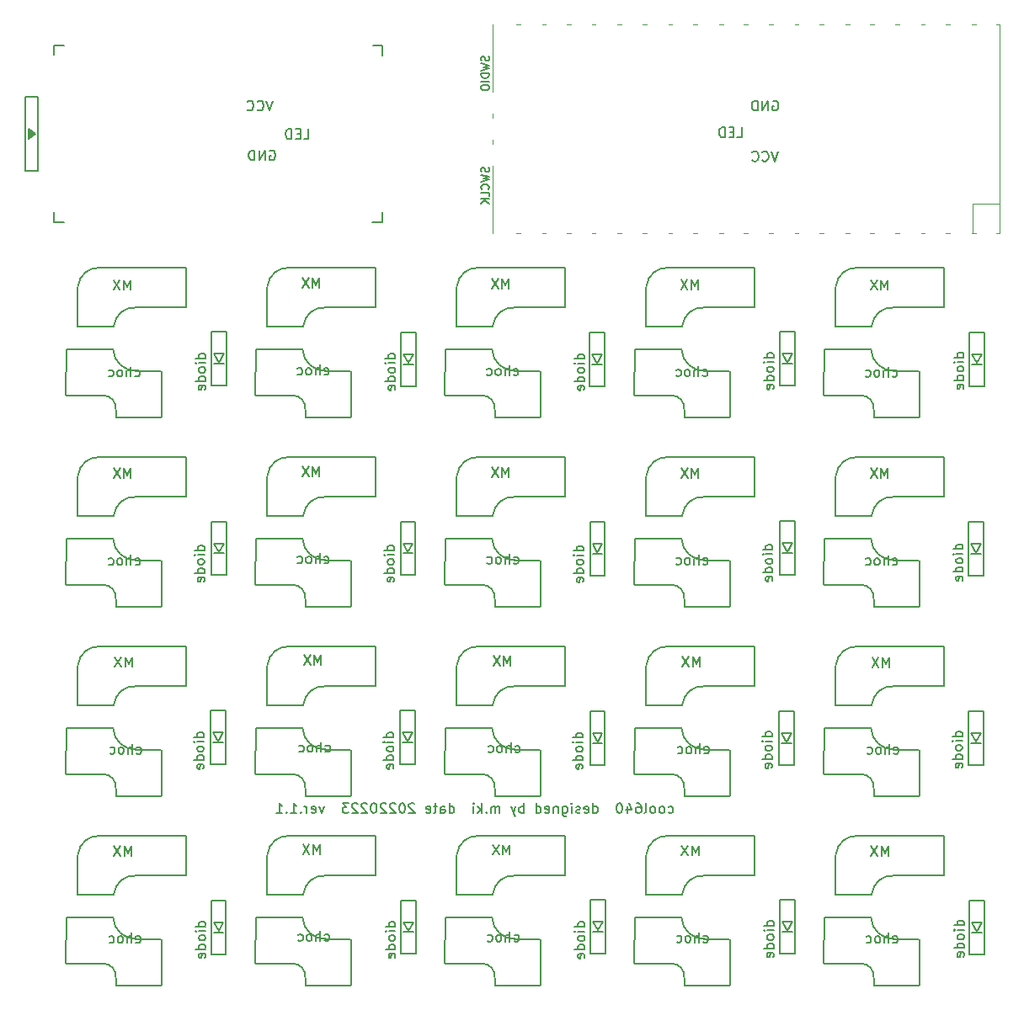
<source format=gbr>
G04 #@! TF.GenerationSoftware,KiCad,Pcbnew,(5.1.6-0-10_14)*
G04 #@! TF.CreationDate,2022-03-09T18:20:20+09:00*
G04 #@! TF.ProjectId,cool640,636f6f6c-3634-4302-9e6b-696361645f70,rev?*
G04 #@! TF.SameCoordinates,Original*
G04 #@! TF.FileFunction,Legend,Bot*
G04 #@! TF.FilePolarity,Positive*
%FSLAX46Y46*%
G04 Gerber Fmt 4.6, Leading zero omitted, Abs format (unit mm)*
G04 Created by KiCad (PCBNEW (5.1.6-0-10_14)) date 2022-03-09 18:20:20*
%MOMM*%
%LPD*%
G01*
G04 APERTURE LIST*
%ADD10C,0.150000*%
%ADD11C,0.120000*%
G04 APERTURE END LIST*
D10*
X53262380Y-48014761D02*
X53357619Y-48062380D01*
X53548095Y-48062380D01*
X53643333Y-48014761D01*
X53690952Y-47967142D01*
X53738571Y-47871904D01*
X53738571Y-47586190D01*
X53690952Y-47490952D01*
X53643333Y-47443333D01*
X53548095Y-47395714D01*
X53357619Y-47395714D01*
X53262380Y-47443333D01*
X52690952Y-48062380D02*
X52786190Y-48014761D01*
X52833809Y-47967142D01*
X52881428Y-47871904D01*
X52881428Y-47586190D01*
X52833809Y-47490952D01*
X52786190Y-47443333D01*
X52690952Y-47395714D01*
X52548095Y-47395714D01*
X52452857Y-47443333D01*
X52405238Y-47490952D01*
X52357619Y-47586190D01*
X52357619Y-47871904D01*
X52405238Y-47967142D01*
X52452857Y-48014761D01*
X52548095Y-48062380D01*
X52690952Y-48062380D01*
X51786190Y-48062380D02*
X51881428Y-48014761D01*
X51929047Y-47967142D01*
X51976666Y-47871904D01*
X51976666Y-47586190D01*
X51929047Y-47490952D01*
X51881428Y-47443333D01*
X51786190Y-47395714D01*
X51643333Y-47395714D01*
X51548095Y-47443333D01*
X51500476Y-47490952D01*
X51452857Y-47586190D01*
X51452857Y-47871904D01*
X51500476Y-47967142D01*
X51548095Y-48014761D01*
X51643333Y-48062380D01*
X51786190Y-48062380D01*
X50881428Y-48062380D02*
X50976666Y-48014761D01*
X51024285Y-47919523D01*
X51024285Y-47062380D01*
X50071904Y-47062380D02*
X50262380Y-47062380D01*
X50357619Y-47110000D01*
X50405238Y-47157619D01*
X50500476Y-47300476D01*
X50548095Y-47490952D01*
X50548095Y-47871904D01*
X50500476Y-47967142D01*
X50452857Y-48014761D01*
X50357619Y-48062380D01*
X50167142Y-48062380D01*
X50071904Y-48014761D01*
X50024285Y-47967142D01*
X49976666Y-47871904D01*
X49976666Y-47633809D01*
X50024285Y-47538571D01*
X50071904Y-47490952D01*
X50167142Y-47443333D01*
X50357619Y-47443333D01*
X50452857Y-47490952D01*
X50500476Y-47538571D01*
X50548095Y-47633809D01*
X49119523Y-47395714D02*
X49119523Y-48062380D01*
X49357619Y-47014761D02*
X49595714Y-47729047D01*
X48976666Y-47729047D01*
X48405238Y-47062380D02*
X48309999Y-47062380D01*
X48214761Y-47110000D01*
X48167142Y-47157619D01*
X48119523Y-47252857D01*
X48071904Y-47443333D01*
X48071904Y-47681428D01*
X48119523Y-47871904D01*
X48167142Y-47967142D01*
X48214761Y-48014761D01*
X48309999Y-48062380D01*
X48405238Y-48062380D01*
X48500476Y-48014761D01*
X48548095Y-47967142D01*
X48595714Y-47871904D01*
X48643333Y-47681428D01*
X48643333Y-47443333D01*
X48595714Y-47252857D01*
X48548095Y-47157619D01*
X48500476Y-47110000D01*
X48405238Y-47062380D01*
X45690952Y-48062380D02*
X45690952Y-47062380D01*
X45690952Y-48014761D02*
X45786190Y-48062380D01*
X45976666Y-48062380D01*
X46071904Y-48014761D01*
X46119523Y-47967142D01*
X46167142Y-47871904D01*
X46167142Y-47586190D01*
X46119523Y-47490952D01*
X46071904Y-47443333D01*
X45976666Y-47395714D01*
X45786190Y-47395714D01*
X45690952Y-47443333D01*
X44833809Y-48014761D02*
X44929047Y-48062380D01*
X45119523Y-48062380D01*
X45214761Y-48014761D01*
X45262380Y-47919523D01*
X45262380Y-47538571D01*
X45214761Y-47443333D01*
X45119523Y-47395714D01*
X44929047Y-47395714D01*
X44833809Y-47443333D01*
X44786190Y-47538571D01*
X44786190Y-47633809D01*
X45262380Y-47729047D01*
X44405238Y-48014761D02*
X44309999Y-48062380D01*
X44119523Y-48062380D01*
X44024285Y-48014761D01*
X43976666Y-47919523D01*
X43976666Y-47871904D01*
X44024285Y-47776666D01*
X44119523Y-47729047D01*
X44262380Y-47729047D01*
X44357619Y-47681428D01*
X44405238Y-47586190D01*
X44405238Y-47538571D01*
X44357619Y-47443333D01*
X44262380Y-47395714D01*
X44119523Y-47395714D01*
X44024285Y-47443333D01*
X43548095Y-48062380D02*
X43548095Y-47395714D01*
X43548095Y-47062380D02*
X43595714Y-47110000D01*
X43548095Y-47157619D01*
X43500476Y-47110000D01*
X43548095Y-47062380D01*
X43548095Y-47157619D01*
X42643333Y-47395714D02*
X42643333Y-48205238D01*
X42690952Y-48300476D01*
X42738571Y-48348095D01*
X42833809Y-48395714D01*
X42976666Y-48395714D01*
X43071904Y-48348095D01*
X42643333Y-48014761D02*
X42738571Y-48062380D01*
X42929047Y-48062380D01*
X43024285Y-48014761D01*
X43071904Y-47967142D01*
X43119523Y-47871904D01*
X43119523Y-47586190D01*
X43071904Y-47490952D01*
X43024285Y-47443333D01*
X42929047Y-47395714D01*
X42738571Y-47395714D01*
X42643333Y-47443333D01*
X42167142Y-47395714D02*
X42167142Y-48062380D01*
X42167142Y-47490952D02*
X42119523Y-47443333D01*
X42024285Y-47395714D01*
X41881428Y-47395714D01*
X41786190Y-47443333D01*
X41738571Y-47538571D01*
X41738571Y-48062380D01*
X40881428Y-48014761D02*
X40976666Y-48062380D01*
X41167142Y-48062380D01*
X41262380Y-48014761D01*
X41309999Y-47919523D01*
X41309999Y-47538571D01*
X41262380Y-47443333D01*
X41167142Y-47395714D01*
X40976666Y-47395714D01*
X40881428Y-47443333D01*
X40833809Y-47538571D01*
X40833809Y-47633809D01*
X41309999Y-47729047D01*
X39976666Y-48062380D02*
X39976666Y-47062380D01*
X39976666Y-48014761D02*
X40071904Y-48062380D01*
X40262380Y-48062380D01*
X40357619Y-48014761D01*
X40405238Y-47967142D01*
X40452857Y-47871904D01*
X40452857Y-47586190D01*
X40405238Y-47490952D01*
X40357619Y-47443333D01*
X40262380Y-47395714D01*
X40071904Y-47395714D01*
X39976666Y-47443333D01*
X38738571Y-48062380D02*
X38738571Y-47062380D01*
X38738571Y-47443333D02*
X38643333Y-47395714D01*
X38452857Y-47395714D01*
X38357619Y-47443333D01*
X38309999Y-47490952D01*
X38262380Y-47586190D01*
X38262380Y-47871904D01*
X38309999Y-47967142D01*
X38357619Y-48014761D01*
X38452857Y-48062380D01*
X38643333Y-48062380D01*
X38738571Y-48014761D01*
X37929047Y-47395714D02*
X37690952Y-48062380D01*
X37452857Y-47395714D02*
X37690952Y-48062380D01*
X37786190Y-48300476D01*
X37833809Y-48348095D01*
X37929047Y-48395714D01*
X36309999Y-48062380D02*
X36309999Y-47395714D01*
X36309999Y-47490952D02*
X36262380Y-47443333D01*
X36167142Y-47395714D01*
X36024285Y-47395714D01*
X35929047Y-47443333D01*
X35881428Y-47538571D01*
X35881428Y-48062380D01*
X35881428Y-47538571D02*
X35833809Y-47443333D01*
X35738571Y-47395714D01*
X35595714Y-47395714D01*
X35500476Y-47443333D01*
X35452857Y-47538571D01*
X35452857Y-48062380D01*
X34976666Y-47967142D02*
X34929047Y-48014761D01*
X34976666Y-48062380D01*
X35024285Y-48014761D01*
X34976666Y-47967142D01*
X34976666Y-48062380D01*
X34500476Y-48062380D02*
X34500476Y-47062380D01*
X34405238Y-47681428D02*
X34119523Y-48062380D01*
X34119523Y-47395714D02*
X34500476Y-47776666D01*
X33690952Y-48062380D02*
X33690952Y-47395714D01*
X33690952Y-47062380D02*
X33738571Y-47110000D01*
X33690952Y-47157619D01*
X33643333Y-47110000D01*
X33690952Y-47062380D01*
X33690952Y-47157619D01*
X31262380Y-48062380D02*
X31262380Y-47062380D01*
X31262380Y-48014761D02*
X31357619Y-48062380D01*
X31548095Y-48062380D01*
X31643333Y-48014761D01*
X31690952Y-47967142D01*
X31738571Y-47871904D01*
X31738571Y-47586190D01*
X31690952Y-47490952D01*
X31643333Y-47443333D01*
X31548095Y-47395714D01*
X31357619Y-47395714D01*
X31262380Y-47443333D01*
X30357619Y-48062380D02*
X30357619Y-47538571D01*
X30405238Y-47443333D01*
X30500476Y-47395714D01*
X30690952Y-47395714D01*
X30786190Y-47443333D01*
X30357619Y-48014761D02*
X30452857Y-48062380D01*
X30690952Y-48062380D01*
X30786190Y-48014761D01*
X30833809Y-47919523D01*
X30833809Y-47824285D01*
X30786190Y-47729047D01*
X30690952Y-47681428D01*
X30452857Y-47681428D01*
X30357619Y-47633809D01*
X30024285Y-47395714D02*
X29643333Y-47395714D01*
X29881428Y-47062380D02*
X29881428Y-47919523D01*
X29833809Y-48014761D01*
X29738571Y-48062380D01*
X29643333Y-48062380D01*
X28929047Y-48014761D02*
X29024285Y-48062380D01*
X29214761Y-48062380D01*
X29309999Y-48014761D01*
X29357619Y-47919523D01*
X29357619Y-47538571D01*
X29309999Y-47443333D01*
X29214761Y-47395714D01*
X29024285Y-47395714D01*
X28929047Y-47443333D01*
X28881428Y-47538571D01*
X28881428Y-47633809D01*
X29357619Y-47729047D01*
X27738571Y-47157619D02*
X27690952Y-47110000D01*
X27595714Y-47062380D01*
X27357619Y-47062380D01*
X27262380Y-47110000D01*
X27214761Y-47157619D01*
X27167142Y-47252857D01*
X27167142Y-47348095D01*
X27214761Y-47490952D01*
X27786190Y-48062380D01*
X27167142Y-48062380D01*
X26548095Y-47062380D02*
X26452857Y-47062380D01*
X26357619Y-47110000D01*
X26310000Y-47157619D01*
X26262380Y-47252857D01*
X26214761Y-47443333D01*
X26214761Y-47681428D01*
X26262380Y-47871904D01*
X26310000Y-47967142D01*
X26357619Y-48014761D01*
X26452857Y-48062380D01*
X26548095Y-48062380D01*
X26643333Y-48014761D01*
X26690952Y-47967142D01*
X26738571Y-47871904D01*
X26786190Y-47681428D01*
X26786190Y-47443333D01*
X26738571Y-47252857D01*
X26690952Y-47157619D01*
X26643333Y-47110000D01*
X26548095Y-47062380D01*
X25833809Y-47157619D02*
X25786190Y-47110000D01*
X25690952Y-47062380D01*
X25452857Y-47062380D01*
X25357619Y-47110000D01*
X25310000Y-47157619D01*
X25262380Y-47252857D01*
X25262380Y-47348095D01*
X25310000Y-47490952D01*
X25881428Y-48062380D01*
X25262380Y-48062380D01*
X24881428Y-47157619D02*
X24833809Y-47110000D01*
X24738571Y-47062380D01*
X24500476Y-47062380D01*
X24405238Y-47110000D01*
X24357619Y-47157619D01*
X24310000Y-47252857D01*
X24310000Y-47348095D01*
X24357619Y-47490952D01*
X24929047Y-48062380D01*
X24310000Y-48062380D01*
X23690952Y-47062380D02*
X23595714Y-47062380D01*
X23500476Y-47110000D01*
X23452857Y-47157619D01*
X23405238Y-47252857D01*
X23357619Y-47443333D01*
X23357619Y-47681428D01*
X23405238Y-47871904D01*
X23452857Y-47967142D01*
X23500476Y-48014761D01*
X23595714Y-48062380D01*
X23690952Y-48062380D01*
X23786190Y-48014761D01*
X23833809Y-47967142D01*
X23881428Y-47871904D01*
X23929047Y-47681428D01*
X23929047Y-47443333D01*
X23881428Y-47252857D01*
X23833809Y-47157619D01*
X23786190Y-47110000D01*
X23690952Y-47062380D01*
X22976666Y-47157619D02*
X22929047Y-47110000D01*
X22833809Y-47062380D01*
X22595714Y-47062380D01*
X22500476Y-47110000D01*
X22452857Y-47157619D01*
X22405238Y-47252857D01*
X22405238Y-47348095D01*
X22452857Y-47490952D01*
X23024285Y-48062380D01*
X22405238Y-48062380D01*
X22024285Y-47157619D02*
X21976666Y-47110000D01*
X21881428Y-47062380D01*
X21643333Y-47062380D01*
X21548095Y-47110000D01*
X21500476Y-47157619D01*
X21452857Y-47252857D01*
X21452857Y-47348095D01*
X21500476Y-47490952D01*
X22071904Y-48062380D01*
X21452857Y-48062380D01*
X21119523Y-47062380D02*
X20500476Y-47062380D01*
X20833809Y-47443333D01*
X20690952Y-47443333D01*
X20595714Y-47490952D01*
X20548095Y-47538571D01*
X20500476Y-47633809D01*
X20500476Y-47871904D01*
X20548095Y-47967142D01*
X20595714Y-48014761D01*
X20690952Y-48062380D01*
X20976666Y-48062380D01*
X21071904Y-48014761D01*
X21119523Y-47967142D01*
X18643333Y-47395714D02*
X18405238Y-48062380D01*
X18167142Y-47395714D01*
X17405238Y-48014761D02*
X17500476Y-48062380D01*
X17690952Y-48062380D01*
X17786190Y-48014761D01*
X17833809Y-47919523D01*
X17833809Y-47538571D01*
X17786190Y-47443333D01*
X17690952Y-47395714D01*
X17500476Y-47395714D01*
X17405238Y-47443333D01*
X17357619Y-47538571D01*
X17357619Y-47633809D01*
X17833809Y-47729047D01*
X16929047Y-48062380D02*
X16929047Y-47395714D01*
X16929047Y-47586190D02*
X16881428Y-47490952D01*
X16833809Y-47443333D01*
X16738571Y-47395714D01*
X16643333Y-47395714D01*
X16310000Y-47967142D02*
X16262380Y-48014761D01*
X16310000Y-48062380D01*
X16357619Y-48014761D01*
X16310000Y-47967142D01*
X16310000Y-48062380D01*
X15310000Y-48062380D02*
X15881428Y-48062380D01*
X15595714Y-48062380D02*
X15595714Y-47062380D01*
X15690952Y-47205238D01*
X15786190Y-47300476D01*
X15881428Y-47348095D01*
X14881428Y-47967142D02*
X14833809Y-48014761D01*
X14881428Y-48062380D01*
X14929047Y-48014761D01*
X14881428Y-47967142D01*
X14881428Y-48062380D01*
X13881428Y-48062380D02*
X14452857Y-48062380D01*
X14167142Y-48062380D02*
X14167142Y-47062380D01*
X14262380Y-47205238D01*
X14357619Y-47300476D01*
X14452857Y-47348095D01*
X37715238Y-22924761D02*
X37810476Y-22972380D01*
X38000952Y-22972380D01*
X38096190Y-22924761D01*
X38143809Y-22877142D01*
X38191428Y-22781904D01*
X38191428Y-22496190D01*
X38143809Y-22400952D01*
X38096190Y-22353333D01*
X38000952Y-22305714D01*
X37810476Y-22305714D01*
X37715238Y-22353333D01*
X37286666Y-22972380D02*
X37286666Y-21972380D01*
X36858095Y-22972380D02*
X36858095Y-22448571D01*
X36905714Y-22353333D01*
X37000952Y-22305714D01*
X37143809Y-22305714D01*
X37239047Y-22353333D01*
X37286666Y-22400952D01*
X36239047Y-22972380D02*
X36334285Y-22924761D01*
X36381904Y-22877142D01*
X36429523Y-22781904D01*
X36429523Y-22496190D01*
X36381904Y-22400952D01*
X36334285Y-22353333D01*
X36239047Y-22305714D01*
X36096190Y-22305714D01*
X36000952Y-22353333D01*
X35953333Y-22400952D01*
X35905714Y-22496190D01*
X35905714Y-22781904D01*
X35953333Y-22877142D01*
X36000952Y-22924761D01*
X36096190Y-22972380D01*
X36239047Y-22972380D01*
X35048571Y-22924761D02*
X35143809Y-22972380D01*
X35334285Y-22972380D01*
X35429523Y-22924761D01*
X35477142Y-22877142D01*
X35524761Y-22781904D01*
X35524761Y-22496190D01*
X35477142Y-22400952D01*
X35429523Y-22353333D01*
X35334285Y-22305714D01*
X35143809Y-22305714D01*
X35048571Y-22353333D01*
X18655238Y-22874761D02*
X18750476Y-22922380D01*
X18940952Y-22922380D01*
X19036190Y-22874761D01*
X19083809Y-22827142D01*
X19131428Y-22731904D01*
X19131428Y-22446190D01*
X19083809Y-22350952D01*
X19036190Y-22303333D01*
X18940952Y-22255714D01*
X18750476Y-22255714D01*
X18655238Y-22303333D01*
X18226666Y-22922380D02*
X18226666Y-21922380D01*
X17798095Y-22922380D02*
X17798095Y-22398571D01*
X17845714Y-22303333D01*
X17940952Y-22255714D01*
X18083809Y-22255714D01*
X18179047Y-22303333D01*
X18226666Y-22350952D01*
X17179047Y-22922380D02*
X17274285Y-22874761D01*
X17321904Y-22827142D01*
X17369523Y-22731904D01*
X17369523Y-22446190D01*
X17321904Y-22350952D01*
X17274285Y-22303333D01*
X17179047Y-22255714D01*
X17036190Y-22255714D01*
X16940952Y-22303333D01*
X16893333Y-22350952D01*
X16845714Y-22446190D01*
X16845714Y-22731904D01*
X16893333Y-22827142D01*
X16940952Y-22874761D01*
X17036190Y-22922380D01*
X17179047Y-22922380D01*
X15988571Y-22874761D02*
X16083809Y-22922380D01*
X16274285Y-22922380D01*
X16369523Y-22874761D01*
X16417142Y-22827142D01*
X16464761Y-22731904D01*
X16464761Y-22446190D01*
X16417142Y-22350952D01*
X16369523Y-22303333D01*
X16274285Y-22255714D01*
X16083809Y-22255714D01*
X15988571Y-22303333D01*
X37705238Y-3974761D02*
X37800476Y-4022380D01*
X37990952Y-4022380D01*
X38086190Y-3974761D01*
X38133809Y-3927142D01*
X38181428Y-3831904D01*
X38181428Y-3546190D01*
X38133809Y-3450952D01*
X38086190Y-3403333D01*
X37990952Y-3355714D01*
X37800476Y-3355714D01*
X37705238Y-3403333D01*
X37276666Y-4022380D02*
X37276666Y-3022380D01*
X36848095Y-4022380D02*
X36848095Y-3498571D01*
X36895714Y-3403333D01*
X36990952Y-3355714D01*
X37133809Y-3355714D01*
X37229047Y-3403333D01*
X37276666Y-3450952D01*
X36229047Y-4022380D02*
X36324285Y-3974761D01*
X36371904Y-3927142D01*
X36419523Y-3831904D01*
X36419523Y-3546190D01*
X36371904Y-3450952D01*
X36324285Y-3403333D01*
X36229047Y-3355714D01*
X36086190Y-3355714D01*
X35990952Y-3403333D01*
X35943333Y-3450952D01*
X35895714Y-3546190D01*
X35895714Y-3831904D01*
X35943333Y-3927142D01*
X35990952Y-3974761D01*
X36086190Y-4022380D01*
X36229047Y-4022380D01*
X35038571Y-3974761D02*
X35133809Y-4022380D01*
X35324285Y-4022380D01*
X35419523Y-3974761D01*
X35467142Y-3927142D01*
X35514761Y-3831904D01*
X35514761Y-3546190D01*
X35467142Y-3450952D01*
X35419523Y-3403333D01*
X35324285Y-3355714D01*
X35133809Y-3355714D01*
X35038571Y-3403333D01*
X18645238Y-3924761D02*
X18740476Y-3972380D01*
X18930952Y-3972380D01*
X19026190Y-3924761D01*
X19073809Y-3877142D01*
X19121428Y-3781904D01*
X19121428Y-3496190D01*
X19073809Y-3400952D01*
X19026190Y-3353333D01*
X18930952Y-3305714D01*
X18740476Y-3305714D01*
X18645238Y-3353333D01*
X18216666Y-3972380D02*
X18216666Y-2972380D01*
X17788095Y-3972380D02*
X17788095Y-3448571D01*
X17835714Y-3353333D01*
X17930952Y-3305714D01*
X18073809Y-3305714D01*
X18169047Y-3353333D01*
X18216666Y-3400952D01*
X17169047Y-3972380D02*
X17264285Y-3924761D01*
X17311904Y-3877142D01*
X17359523Y-3781904D01*
X17359523Y-3496190D01*
X17311904Y-3400952D01*
X17264285Y-3353333D01*
X17169047Y-3305714D01*
X17026190Y-3305714D01*
X16930952Y-3353333D01*
X16883333Y-3400952D01*
X16835714Y-3496190D01*
X16835714Y-3781904D01*
X16883333Y-3877142D01*
X16930952Y-3924761D01*
X17026190Y-3972380D01*
X17169047Y-3972380D01*
X15978571Y-3924761D02*
X16073809Y-3972380D01*
X16264285Y-3972380D01*
X16359523Y-3924761D01*
X16407142Y-3877142D01*
X16454761Y-3781904D01*
X16454761Y-3496190D01*
X16407142Y-3400952D01*
X16359523Y-3353333D01*
X16264285Y-3305714D01*
X16073809Y-3305714D01*
X15978571Y-3353333D01*
X75795238Y-23064761D02*
X75890476Y-23112380D01*
X76080952Y-23112380D01*
X76176190Y-23064761D01*
X76223809Y-23017142D01*
X76271428Y-22921904D01*
X76271428Y-22636190D01*
X76223809Y-22540952D01*
X76176190Y-22493333D01*
X76080952Y-22445714D01*
X75890476Y-22445714D01*
X75795238Y-22493333D01*
X75366666Y-23112380D02*
X75366666Y-22112380D01*
X74938095Y-23112380D02*
X74938095Y-22588571D01*
X74985714Y-22493333D01*
X75080952Y-22445714D01*
X75223809Y-22445714D01*
X75319047Y-22493333D01*
X75366666Y-22540952D01*
X74319047Y-23112380D02*
X74414285Y-23064761D01*
X74461904Y-23017142D01*
X74509523Y-22921904D01*
X74509523Y-22636190D01*
X74461904Y-22540952D01*
X74414285Y-22493333D01*
X74319047Y-22445714D01*
X74176190Y-22445714D01*
X74080952Y-22493333D01*
X74033333Y-22540952D01*
X73985714Y-22636190D01*
X73985714Y-22921904D01*
X74033333Y-23017142D01*
X74080952Y-23064761D01*
X74176190Y-23112380D01*
X74319047Y-23112380D01*
X73128571Y-23064761D02*
X73223809Y-23112380D01*
X73414285Y-23112380D01*
X73509523Y-23064761D01*
X73557142Y-23017142D01*
X73604761Y-22921904D01*
X73604761Y-22636190D01*
X73557142Y-22540952D01*
X73509523Y-22493333D01*
X73414285Y-22445714D01*
X73223809Y-22445714D01*
X73128571Y-22493333D01*
X56259523Y-14332380D02*
X56259523Y-13332380D01*
X55926190Y-14046666D01*
X55592857Y-13332380D01*
X55592857Y-14332380D01*
X55211904Y-13332380D02*
X54545238Y-14332380D01*
X54545238Y-13332380D02*
X55211904Y-14332380D01*
X37229523Y4707619D02*
X37229523Y5707619D01*
X36896190Y4993333D01*
X36562857Y5707619D01*
X36562857Y4707619D01*
X36181904Y5707619D02*
X35515238Y4707619D01*
X35515238Y5707619D02*
X36181904Y4707619D01*
X-334761Y-23054761D02*
X-239523Y-23102380D01*
X-49047Y-23102380D01*
X46190Y-23054761D01*
X93809Y-23007142D01*
X141428Y-22911904D01*
X141428Y-22626190D01*
X93809Y-22530952D01*
X46190Y-22483333D01*
X-49047Y-22435714D01*
X-239523Y-22435714D01*
X-334761Y-22483333D01*
X-763333Y-23102380D02*
X-763333Y-22102380D01*
X-1191904Y-23102380D02*
X-1191904Y-22578571D01*
X-1144285Y-22483333D01*
X-1049047Y-22435714D01*
X-906190Y-22435714D01*
X-810952Y-22483333D01*
X-763333Y-22530952D01*
X-1810952Y-23102380D02*
X-1715714Y-23054761D01*
X-1668095Y-23007142D01*
X-1620476Y-22911904D01*
X-1620476Y-22626190D01*
X-1668095Y-22530952D01*
X-1715714Y-22483333D01*
X-1810952Y-22435714D01*
X-1953809Y-22435714D01*
X-2049047Y-22483333D01*
X-2096666Y-22530952D01*
X-2144285Y-22626190D01*
X-2144285Y-22911904D01*
X-2096666Y-23007142D01*
X-2049047Y-23054761D01*
X-1953809Y-23102380D01*
X-1810952Y-23102380D01*
X-3001428Y-23054761D02*
X-2906190Y-23102380D01*
X-2715714Y-23102380D01*
X-2620476Y-23054761D01*
X-2572857Y-23007142D01*
X-2525238Y-22911904D01*
X-2525238Y-22626190D01*
X-2572857Y-22530952D01*
X-2620476Y-22483333D01*
X-2715714Y-22435714D01*
X-2906190Y-22435714D01*
X-3001428Y-22483333D01*
X56735238Y-23014761D02*
X56830476Y-23062380D01*
X57020952Y-23062380D01*
X57116190Y-23014761D01*
X57163809Y-22967142D01*
X57211428Y-22871904D01*
X57211428Y-22586190D01*
X57163809Y-22490952D01*
X57116190Y-22443333D01*
X57020952Y-22395714D01*
X56830476Y-22395714D01*
X56735238Y-22443333D01*
X56306666Y-23062380D02*
X56306666Y-22062380D01*
X55878095Y-23062380D02*
X55878095Y-22538571D01*
X55925714Y-22443333D01*
X56020952Y-22395714D01*
X56163809Y-22395714D01*
X56259047Y-22443333D01*
X56306666Y-22490952D01*
X55259047Y-23062380D02*
X55354285Y-23014761D01*
X55401904Y-22967142D01*
X55449523Y-22871904D01*
X55449523Y-22586190D01*
X55401904Y-22490952D01*
X55354285Y-22443333D01*
X55259047Y-22395714D01*
X55116190Y-22395714D01*
X55020952Y-22443333D01*
X54973333Y-22490952D01*
X54925714Y-22586190D01*
X54925714Y-22871904D01*
X54973333Y-22967142D01*
X55020952Y-23014761D01*
X55116190Y-23062380D01*
X55259047Y-23062380D01*
X54068571Y-23014761D02*
X54163809Y-23062380D01*
X54354285Y-23062380D01*
X54449523Y-23014761D01*
X54497142Y-22967142D01*
X54544761Y-22871904D01*
X54544761Y-22586190D01*
X54497142Y-22490952D01*
X54449523Y-22443333D01*
X54354285Y-22395714D01*
X54163809Y-22395714D01*
X54068571Y-22443333D01*
X82992380Y-59352857D02*
X81992380Y-59352857D01*
X82944761Y-59352857D02*
X82992380Y-59257619D01*
X82992380Y-59067142D01*
X82944761Y-58971904D01*
X82897142Y-58924285D01*
X82801904Y-58876666D01*
X82516190Y-58876666D01*
X82420952Y-58924285D01*
X82373333Y-58971904D01*
X82325714Y-59067142D01*
X82325714Y-59257619D01*
X82373333Y-59352857D01*
X82992380Y-59829047D02*
X82325714Y-59829047D01*
X81992380Y-59829047D02*
X82040000Y-59781428D01*
X82087619Y-59829047D01*
X82040000Y-59876666D01*
X81992380Y-59829047D01*
X82087619Y-59829047D01*
X82992380Y-60448095D02*
X82944761Y-60352857D01*
X82897142Y-60305238D01*
X82801904Y-60257619D01*
X82516190Y-60257619D01*
X82420952Y-60305238D01*
X82373333Y-60352857D01*
X82325714Y-60448095D01*
X82325714Y-60590952D01*
X82373333Y-60686190D01*
X82420952Y-60733809D01*
X82516190Y-60781428D01*
X82801904Y-60781428D01*
X82897142Y-60733809D01*
X82944761Y-60686190D01*
X82992380Y-60590952D01*
X82992380Y-60448095D01*
X82992380Y-61638571D02*
X81992380Y-61638571D01*
X82944761Y-61638571D02*
X82992380Y-61543333D01*
X82992380Y-61352857D01*
X82944761Y-61257619D01*
X82897142Y-61210000D01*
X82801904Y-61162380D01*
X82516190Y-61162380D01*
X82420952Y-61210000D01*
X82373333Y-61257619D01*
X82325714Y-61352857D01*
X82325714Y-61543333D01*
X82373333Y-61638571D01*
X82944761Y-62495714D02*
X82992380Y-62400476D01*
X82992380Y-62210000D01*
X82944761Y-62114761D01*
X82849523Y-62067142D01*
X82468571Y-62067142D01*
X82373333Y-62114761D01*
X82325714Y-62210000D01*
X82325714Y-62400476D01*
X82373333Y-62495714D01*
X82468571Y-62543333D01*
X82563809Y-62543333D01*
X82659047Y-62067142D01*
X18169523Y4757619D02*
X18169523Y5757619D01*
X17836190Y5043333D01*
X17502857Y5757619D01*
X17502857Y4757619D01*
X17121904Y5757619D02*
X16455238Y4757619D01*
X16455238Y5757619D02*
X17121904Y4757619D01*
X18179523Y-14192380D02*
X18179523Y-13192380D01*
X17846190Y-13906666D01*
X17512857Y-13192380D01*
X17512857Y-14192380D01*
X17131904Y-13192380D02*
X16465238Y-14192380D01*
X16465238Y-13192380D02*
X17131904Y-14192380D01*
X37239523Y-14242380D02*
X37239523Y-13242380D01*
X36906190Y-13956666D01*
X36572857Y-13242380D01*
X36572857Y-14242380D01*
X36191904Y-13242380D02*
X35525238Y-14242380D01*
X35525238Y-13242380D02*
X36191904Y-14242380D01*
X-810476Y-14372380D02*
X-810476Y-13372380D01*
X-1143809Y-14086666D01*
X-1477142Y-13372380D01*
X-1477142Y-14372380D01*
X-1858095Y-13372380D02*
X-2524761Y-14372380D01*
X-2524761Y-13372380D02*
X-1858095Y-14372380D01*
X75319523Y-14382380D02*
X75319523Y-13382380D01*
X74986190Y-14096666D01*
X74652857Y-13382380D01*
X74652857Y-14382380D01*
X74271904Y-13382380D02*
X73605238Y-14382380D01*
X73605238Y-13382380D02*
X74271904Y-14382380D01*
X82812380Y-40322857D02*
X81812380Y-40322857D01*
X82764761Y-40322857D02*
X82812380Y-40227619D01*
X82812380Y-40037142D01*
X82764761Y-39941904D01*
X82717142Y-39894285D01*
X82621904Y-39846666D01*
X82336190Y-39846666D01*
X82240952Y-39894285D01*
X82193333Y-39941904D01*
X82145714Y-40037142D01*
X82145714Y-40227619D01*
X82193333Y-40322857D01*
X82812380Y-40799047D02*
X82145714Y-40799047D01*
X81812380Y-40799047D02*
X81860000Y-40751428D01*
X81907619Y-40799047D01*
X81860000Y-40846666D01*
X81812380Y-40799047D01*
X81907619Y-40799047D01*
X82812380Y-41418095D02*
X82764761Y-41322857D01*
X82717142Y-41275238D01*
X82621904Y-41227619D01*
X82336190Y-41227619D01*
X82240952Y-41275238D01*
X82193333Y-41322857D01*
X82145714Y-41418095D01*
X82145714Y-41560952D01*
X82193333Y-41656190D01*
X82240952Y-41703809D01*
X82336190Y-41751428D01*
X82621904Y-41751428D01*
X82717142Y-41703809D01*
X82764761Y-41656190D01*
X82812380Y-41560952D01*
X82812380Y-41418095D01*
X82812380Y-42608571D02*
X81812380Y-42608571D01*
X82764761Y-42608571D02*
X82812380Y-42513333D01*
X82812380Y-42322857D01*
X82764761Y-42227619D01*
X82717142Y-42180000D01*
X82621904Y-42132380D01*
X82336190Y-42132380D01*
X82240952Y-42180000D01*
X82193333Y-42227619D01*
X82145714Y-42322857D01*
X82145714Y-42513333D01*
X82193333Y-42608571D01*
X82764761Y-43465714D02*
X82812380Y-43370476D01*
X82812380Y-43180000D01*
X82764761Y-43084761D01*
X82669523Y-43037142D01*
X82288571Y-43037142D01*
X82193333Y-43084761D01*
X82145714Y-43180000D01*
X82145714Y-43370476D01*
X82193333Y-43465714D01*
X82288571Y-43513333D01*
X82383809Y-43513333D01*
X82479047Y-43037142D01*
X63842380Y-2242857D02*
X62842380Y-2242857D01*
X63794761Y-2242857D02*
X63842380Y-2147619D01*
X63842380Y-1957142D01*
X63794761Y-1861904D01*
X63747142Y-1814285D01*
X63651904Y-1766666D01*
X63366190Y-1766666D01*
X63270952Y-1814285D01*
X63223333Y-1861904D01*
X63175714Y-1957142D01*
X63175714Y-2147619D01*
X63223333Y-2242857D01*
X63842380Y-2719047D02*
X63175714Y-2719047D01*
X62842380Y-2719047D02*
X62890000Y-2671428D01*
X62937619Y-2719047D01*
X62890000Y-2766666D01*
X62842380Y-2719047D01*
X62937619Y-2719047D01*
X63842380Y-3338095D02*
X63794761Y-3242857D01*
X63747142Y-3195238D01*
X63651904Y-3147619D01*
X63366190Y-3147619D01*
X63270952Y-3195238D01*
X63223333Y-3242857D01*
X63175714Y-3338095D01*
X63175714Y-3480952D01*
X63223333Y-3576190D01*
X63270952Y-3623809D01*
X63366190Y-3671428D01*
X63651904Y-3671428D01*
X63747142Y-3623809D01*
X63794761Y-3576190D01*
X63842380Y-3480952D01*
X63842380Y-3338095D01*
X63842380Y-4528571D02*
X62842380Y-4528571D01*
X63794761Y-4528571D02*
X63842380Y-4433333D01*
X63842380Y-4242857D01*
X63794761Y-4147619D01*
X63747142Y-4100000D01*
X63651904Y-4052380D01*
X63366190Y-4052380D01*
X63270952Y-4100000D01*
X63223333Y-4147619D01*
X63175714Y-4242857D01*
X63175714Y-4433333D01*
X63223333Y-4528571D01*
X63794761Y-5385714D02*
X63842380Y-5290476D01*
X63842380Y-5100000D01*
X63794761Y-5004761D01*
X63699523Y-4957142D01*
X63318571Y-4957142D01*
X63223333Y-5004761D01*
X63175714Y-5100000D01*
X63175714Y-5290476D01*
X63223333Y-5385714D01*
X63318571Y-5433333D01*
X63413809Y-5433333D01*
X63509047Y-4957142D01*
X63862380Y-59382857D02*
X62862380Y-59382857D01*
X63814761Y-59382857D02*
X63862380Y-59287619D01*
X63862380Y-59097142D01*
X63814761Y-59001904D01*
X63767142Y-58954285D01*
X63671904Y-58906666D01*
X63386190Y-58906666D01*
X63290952Y-58954285D01*
X63243333Y-59001904D01*
X63195714Y-59097142D01*
X63195714Y-59287619D01*
X63243333Y-59382857D01*
X63862380Y-59859047D02*
X63195714Y-59859047D01*
X62862380Y-59859047D02*
X62910000Y-59811428D01*
X62957619Y-59859047D01*
X62910000Y-59906666D01*
X62862380Y-59859047D01*
X62957619Y-59859047D01*
X63862380Y-60478095D02*
X63814761Y-60382857D01*
X63767142Y-60335238D01*
X63671904Y-60287619D01*
X63386190Y-60287619D01*
X63290952Y-60335238D01*
X63243333Y-60382857D01*
X63195714Y-60478095D01*
X63195714Y-60620952D01*
X63243333Y-60716190D01*
X63290952Y-60763809D01*
X63386190Y-60811428D01*
X63671904Y-60811428D01*
X63767142Y-60763809D01*
X63814761Y-60716190D01*
X63862380Y-60620952D01*
X63862380Y-60478095D01*
X63862380Y-61668571D02*
X62862380Y-61668571D01*
X63814761Y-61668571D02*
X63862380Y-61573333D01*
X63862380Y-61382857D01*
X63814761Y-61287619D01*
X63767142Y-61240000D01*
X63671904Y-61192380D01*
X63386190Y-61192380D01*
X63290952Y-61240000D01*
X63243333Y-61287619D01*
X63195714Y-61382857D01*
X63195714Y-61573333D01*
X63243333Y-61668571D01*
X63814761Y-62525714D02*
X63862380Y-62430476D01*
X63862380Y-62240000D01*
X63814761Y-62144761D01*
X63719523Y-62097142D01*
X63338571Y-62097142D01*
X63243333Y-62144761D01*
X63195714Y-62240000D01*
X63195714Y-62430476D01*
X63243333Y-62525714D01*
X63338571Y-62573333D01*
X63433809Y-62573333D01*
X63529047Y-62097142D01*
X63682380Y-40352857D02*
X62682380Y-40352857D01*
X63634761Y-40352857D02*
X63682380Y-40257619D01*
X63682380Y-40067142D01*
X63634761Y-39971904D01*
X63587142Y-39924285D01*
X63491904Y-39876666D01*
X63206190Y-39876666D01*
X63110952Y-39924285D01*
X63063333Y-39971904D01*
X63015714Y-40067142D01*
X63015714Y-40257619D01*
X63063333Y-40352857D01*
X63682380Y-40829047D02*
X63015714Y-40829047D01*
X62682380Y-40829047D02*
X62730000Y-40781428D01*
X62777619Y-40829047D01*
X62730000Y-40876666D01*
X62682380Y-40829047D01*
X62777619Y-40829047D01*
X63682380Y-41448095D02*
X63634761Y-41352857D01*
X63587142Y-41305238D01*
X63491904Y-41257619D01*
X63206190Y-41257619D01*
X63110952Y-41305238D01*
X63063333Y-41352857D01*
X63015714Y-41448095D01*
X63015714Y-41590952D01*
X63063333Y-41686190D01*
X63110952Y-41733809D01*
X63206190Y-41781428D01*
X63491904Y-41781428D01*
X63587142Y-41733809D01*
X63634761Y-41686190D01*
X63682380Y-41590952D01*
X63682380Y-41448095D01*
X63682380Y-42638571D02*
X62682380Y-42638571D01*
X63634761Y-42638571D02*
X63682380Y-42543333D01*
X63682380Y-42352857D01*
X63634761Y-42257619D01*
X63587142Y-42210000D01*
X63491904Y-42162380D01*
X63206190Y-42162380D01*
X63110952Y-42210000D01*
X63063333Y-42257619D01*
X63015714Y-42352857D01*
X63015714Y-42543333D01*
X63063333Y-42638571D01*
X63634761Y-43495714D02*
X63682380Y-43400476D01*
X63682380Y-43210000D01*
X63634761Y-43114761D01*
X63539523Y-43067142D01*
X63158571Y-43067142D01*
X63063333Y-43114761D01*
X63015714Y-43210000D01*
X63015714Y-43400476D01*
X63063333Y-43495714D01*
X63158571Y-43543333D01*
X63253809Y-43543333D01*
X63349047Y-43067142D01*
X75785238Y-4114761D02*
X75880476Y-4162380D01*
X76070952Y-4162380D01*
X76166190Y-4114761D01*
X76213809Y-4067142D01*
X76261428Y-3971904D01*
X76261428Y-3686190D01*
X76213809Y-3590952D01*
X76166190Y-3543333D01*
X76070952Y-3495714D01*
X75880476Y-3495714D01*
X75785238Y-3543333D01*
X75356666Y-4162380D02*
X75356666Y-3162380D01*
X74928095Y-4162380D02*
X74928095Y-3638571D01*
X74975714Y-3543333D01*
X75070952Y-3495714D01*
X75213809Y-3495714D01*
X75309047Y-3543333D01*
X75356666Y-3590952D01*
X74309047Y-4162380D02*
X74404285Y-4114761D01*
X74451904Y-4067142D01*
X74499523Y-3971904D01*
X74499523Y-3686190D01*
X74451904Y-3590952D01*
X74404285Y-3543333D01*
X74309047Y-3495714D01*
X74166190Y-3495714D01*
X74070952Y-3543333D01*
X74023333Y-3590952D01*
X73975714Y-3686190D01*
X73975714Y-3971904D01*
X74023333Y-4067142D01*
X74070952Y-4114761D01*
X74166190Y-4162380D01*
X74309047Y-4162380D01*
X73118571Y-4114761D02*
X73213809Y-4162380D01*
X73404285Y-4162380D01*
X73499523Y-4114761D01*
X73547142Y-4067142D01*
X73594761Y-3971904D01*
X73594761Y-3686190D01*
X73547142Y-3590952D01*
X73499523Y-3543333D01*
X73404285Y-3495714D01*
X73213809Y-3495714D01*
X73118571Y-3543333D01*
X63742380Y-21542857D02*
X62742380Y-21542857D01*
X63694761Y-21542857D02*
X63742380Y-21447619D01*
X63742380Y-21257142D01*
X63694761Y-21161904D01*
X63647142Y-21114285D01*
X63551904Y-21066666D01*
X63266190Y-21066666D01*
X63170952Y-21114285D01*
X63123333Y-21161904D01*
X63075714Y-21257142D01*
X63075714Y-21447619D01*
X63123333Y-21542857D01*
X63742380Y-22019047D02*
X63075714Y-22019047D01*
X62742380Y-22019047D02*
X62790000Y-21971428D01*
X62837619Y-22019047D01*
X62790000Y-22066666D01*
X62742380Y-22019047D01*
X62837619Y-22019047D01*
X63742380Y-22638095D02*
X63694761Y-22542857D01*
X63647142Y-22495238D01*
X63551904Y-22447619D01*
X63266190Y-22447619D01*
X63170952Y-22495238D01*
X63123333Y-22542857D01*
X63075714Y-22638095D01*
X63075714Y-22780952D01*
X63123333Y-22876190D01*
X63170952Y-22923809D01*
X63266190Y-22971428D01*
X63551904Y-22971428D01*
X63647142Y-22923809D01*
X63694761Y-22876190D01*
X63742380Y-22780952D01*
X63742380Y-22638095D01*
X63742380Y-23828571D02*
X62742380Y-23828571D01*
X63694761Y-23828571D02*
X63742380Y-23733333D01*
X63742380Y-23542857D01*
X63694761Y-23447619D01*
X63647142Y-23400000D01*
X63551904Y-23352380D01*
X63266190Y-23352380D01*
X63170952Y-23400000D01*
X63123333Y-23447619D01*
X63075714Y-23542857D01*
X63075714Y-23733333D01*
X63123333Y-23828571D01*
X63694761Y-24685714D02*
X63742380Y-24590476D01*
X63742380Y-24400000D01*
X63694761Y-24304761D01*
X63599523Y-24257142D01*
X63218571Y-24257142D01*
X63123333Y-24304761D01*
X63075714Y-24400000D01*
X63075714Y-24590476D01*
X63123333Y-24685714D01*
X63218571Y-24733333D01*
X63313809Y-24733333D01*
X63409047Y-24257142D01*
X-760476Y-52372380D02*
X-760476Y-51372380D01*
X-1093809Y-52086666D01*
X-1427142Y-51372380D01*
X-1427142Y-52372380D01*
X-1808095Y-51372380D02*
X-2474761Y-52372380D01*
X-2474761Y-51372380D02*
X-1808095Y-52372380D01*
X37765238Y-60924761D02*
X37860476Y-60972380D01*
X38050952Y-60972380D01*
X38146190Y-60924761D01*
X38193809Y-60877142D01*
X38241428Y-60781904D01*
X38241428Y-60496190D01*
X38193809Y-60400952D01*
X38146190Y-60353333D01*
X38050952Y-60305714D01*
X37860476Y-60305714D01*
X37765238Y-60353333D01*
X37336666Y-60972380D02*
X37336666Y-59972380D01*
X36908095Y-60972380D02*
X36908095Y-60448571D01*
X36955714Y-60353333D01*
X37050952Y-60305714D01*
X37193809Y-60305714D01*
X37289047Y-60353333D01*
X37336666Y-60400952D01*
X36289047Y-60972380D02*
X36384285Y-60924761D01*
X36431904Y-60877142D01*
X36479523Y-60781904D01*
X36479523Y-60496190D01*
X36431904Y-60400952D01*
X36384285Y-60353333D01*
X36289047Y-60305714D01*
X36146190Y-60305714D01*
X36050952Y-60353333D01*
X36003333Y-60400952D01*
X35955714Y-60496190D01*
X35955714Y-60781904D01*
X36003333Y-60877142D01*
X36050952Y-60924761D01*
X36146190Y-60972380D01*
X36289047Y-60972380D01*
X35098571Y-60924761D02*
X35193809Y-60972380D01*
X35384285Y-60972380D01*
X35479523Y-60924761D01*
X35527142Y-60877142D01*
X35574761Y-60781904D01*
X35574761Y-60496190D01*
X35527142Y-60400952D01*
X35479523Y-60353333D01*
X35384285Y-60305714D01*
X35193809Y-60305714D01*
X35098571Y-60353333D01*
X18705238Y-60874761D02*
X18800476Y-60922380D01*
X18990952Y-60922380D01*
X19086190Y-60874761D01*
X19133809Y-60827142D01*
X19181428Y-60731904D01*
X19181428Y-60446190D01*
X19133809Y-60350952D01*
X19086190Y-60303333D01*
X18990952Y-60255714D01*
X18800476Y-60255714D01*
X18705238Y-60303333D01*
X18276666Y-60922380D02*
X18276666Y-59922380D01*
X17848095Y-60922380D02*
X17848095Y-60398571D01*
X17895714Y-60303333D01*
X17990952Y-60255714D01*
X18133809Y-60255714D01*
X18229047Y-60303333D01*
X18276666Y-60350952D01*
X17229047Y-60922380D02*
X17324285Y-60874761D01*
X17371904Y-60827142D01*
X17419523Y-60731904D01*
X17419523Y-60446190D01*
X17371904Y-60350952D01*
X17324285Y-60303333D01*
X17229047Y-60255714D01*
X17086190Y-60255714D01*
X16990952Y-60303333D01*
X16943333Y-60350952D01*
X16895714Y-60446190D01*
X16895714Y-60731904D01*
X16943333Y-60827142D01*
X16990952Y-60874761D01*
X17086190Y-60922380D01*
X17229047Y-60922380D01*
X16038571Y-60874761D02*
X16133809Y-60922380D01*
X16324285Y-60922380D01*
X16419523Y-60874761D01*
X16467142Y-60827142D01*
X16514761Y-60731904D01*
X16514761Y-60446190D01*
X16467142Y-60350952D01*
X16419523Y-60303333D01*
X16324285Y-60255714D01*
X16133809Y-60255714D01*
X16038571Y-60303333D01*
X-284761Y-61054761D02*
X-189523Y-61102380D01*
X952Y-61102380D01*
X96190Y-61054761D01*
X143809Y-61007142D01*
X191428Y-60911904D01*
X191428Y-60626190D01*
X143809Y-60530952D01*
X96190Y-60483333D01*
X952Y-60435714D01*
X-189523Y-60435714D01*
X-284761Y-60483333D01*
X-713333Y-61102380D02*
X-713333Y-60102380D01*
X-1141904Y-61102380D02*
X-1141904Y-60578571D01*
X-1094285Y-60483333D01*
X-999047Y-60435714D01*
X-856190Y-60435714D01*
X-760952Y-60483333D01*
X-713333Y-60530952D01*
X-1760952Y-61102380D02*
X-1665714Y-61054761D01*
X-1618095Y-61007142D01*
X-1570476Y-60911904D01*
X-1570476Y-60626190D01*
X-1618095Y-60530952D01*
X-1665714Y-60483333D01*
X-1760952Y-60435714D01*
X-1903809Y-60435714D01*
X-1999047Y-60483333D01*
X-2046666Y-60530952D01*
X-2094285Y-60626190D01*
X-2094285Y-60911904D01*
X-2046666Y-61007142D01*
X-1999047Y-61054761D01*
X-1903809Y-61102380D01*
X-1760952Y-61102380D01*
X-2951428Y-61054761D02*
X-2856190Y-61102380D01*
X-2665714Y-61102380D01*
X-2570476Y-61054761D01*
X-2522857Y-61007142D01*
X-2475238Y-60911904D01*
X-2475238Y-60626190D01*
X-2522857Y-60530952D01*
X-2570476Y-60483333D01*
X-2665714Y-60435714D01*
X-2856190Y-60435714D01*
X-2951428Y-60483333D01*
X37289523Y-52242380D02*
X37289523Y-51242380D01*
X36956190Y-51956666D01*
X36622857Y-51242380D01*
X36622857Y-52242380D01*
X36241904Y-51242380D02*
X35575238Y-52242380D01*
X35575238Y-51242380D02*
X36241904Y-52242380D01*
X75369523Y-52382380D02*
X75369523Y-51382380D01*
X75036190Y-52096666D01*
X74702857Y-51382380D01*
X74702857Y-52382380D01*
X74321904Y-51382380D02*
X73655238Y-52382380D01*
X73655238Y-51382380D02*
X74321904Y-52382380D01*
X75845238Y-61064761D02*
X75940476Y-61112380D01*
X76130952Y-61112380D01*
X76226190Y-61064761D01*
X76273809Y-61017142D01*
X76321428Y-60921904D01*
X76321428Y-60636190D01*
X76273809Y-60540952D01*
X76226190Y-60493333D01*
X76130952Y-60445714D01*
X75940476Y-60445714D01*
X75845238Y-60493333D01*
X75416666Y-61112380D02*
X75416666Y-60112380D01*
X74988095Y-61112380D02*
X74988095Y-60588571D01*
X75035714Y-60493333D01*
X75130952Y-60445714D01*
X75273809Y-60445714D01*
X75369047Y-60493333D01*
X75416666Y-60540952D01*
X74369047Y-61112380D02*
X74464285Y-61064761D01*
X74511904Y-61017142D01*
X74559523Y-60921904D01*
X74559523Y-60636190D01*
X74511904Y-60540952D01*
X74464285Y-60493333D01*
X74369047Y-60445714D01*
X74226190Y-60445714D01*
X74130952Y-60493333D01*
X74083333Y-60540952D01*
X74035714Y-60636190D01*
X74035714Y-60921904D01*
X74083333Y-61017142D01*
X74130952Y-61064761D01*
X74226190Y-61112380D01*
X74369047Y-61112380D01*
X73178571Y-61064761D02*
X73273809Y-61112380D01*
X73464285Y-61112380D01*
X73559523Y-61064761D01*
X73607142Y-61017142D01*
X73654761Y-60921904D01*
X73654761Y-60636190D01*
X73607142Y-60540952D01*
X73559523Y-60493333D01*
X73464285Y-60445714D01*
X73273809Y-60445714D01*
X73178571Y-60493333D01*
X56785238Y-61014761D02*
X56880476Y-61062380D01*
X57070952Y-61062380D01*
X57166190Y-61014761D01*
X57213809Y-60967142D01*
X57261428Y-60871904D01*
X57261428Y-60586190D01*
X57213809Y-60490952D01*
X57166190Y-60443333D01*
X57070952Y-60395714D01*
X56880476Y-60395714D01*
X56785238Y-60443333D01*
X56356666Y-61062380D02*
X56356666Y-60062380D01*
X55928095Y-61062380D02*
X55928095Y-60538571D01*
X55975714Y-60443333D01*
X56070952Y-60395714D01*
X56213809Y-60395714D01*
X56309047Y-60443333D01*
X56356666Y-60490952D01*
X55309047Y-61062380D02*
X55404285Y-61014761D01*
X55451904Y-60967142D01*
X55499523Y-60871904D01*
X55499523Y-60586190D01*
X55451904Y-60490952D01*
X55404285Y-60443333D01*
X55309047Y-60395714D01*
X55166190Y-60395714D01*
X55070952Y-60443333D01*
X55023333Y-60490952D01*
X54975714Y-60586190D01*
X54975714Y-60871904D01*
X55023333Y-60967142D01*
X55070952Y-61014761D01*
X55166190Y-61062380D01*
X55309047Y-61062380D01*
X54118571Y-61014761D02*
X54213809Y-61062380D01*
X54404285Y-61062380D01*
X54499523Y-61014761D01*
X54547142Y-60967142D01*
X54594761Y-60871904D01*
X54594761Y-60586190D01*
X54547142Y-60490952D01*
X54499523Y-60443333D01*
X54404285Y-60395714D01*
X54213809Y-60395714D01*
X54118571Y-60443333D01*
X18229523Y-52192380D02*
X18229523Y-51192380D01*
X17896190Y-51906666D01*
X17562857Y-51192380D01*
X17562857Y-52192380D01*
X17181904Y-51192380D02*
X16515238Y-52192380D01*
X16515238Y-51192380D02*
X17181904Y-52192380D01*
X56309523Y-52332380D02*
X56309523Y-51332380D01*
X55976190Y-52046666D01*
X55642857Y-51332380D01*
X55642857Y-52332380D01*
X55261904Y-51332380D02*
X54595238Y-52332380D01*
X54595238Y-51332380D02*
X55261904Y-52332380D01*
X82872380Y-21512857D02*
X81872380Y-21512857D01*
X82824761Y-21512857D02*
X82872380Y-21417619D01*
X82872380Y-21227142D01*
X82824761Y-21131904D01*
X82777142Y-21084285D01*
X82681904Y-21036666D01*
X82396190Y-21036666D01*
X82300952Y-21084285D01*
X82253333Y-21131904D01*
X82205714Y-21227142D01*
X82205714Y-21417619D01*
X82253333Y-21512857D01*
X82872380Y-21989047D02*
X82205714Y-21989047D01*
X81872380Y-21989047D02*
X81920000Y-21941428D01*
X81967619Y-21989047D01*
X81920000Y-22036666D01*
X81872380Y-21989047D01*
X81967619Y-21989047D01*
X82872380Y-22608095D02*
X82824761Y-22512857D01*
X82777142Y-22465238D01*
X82681904Y-22417619D01*
X82396190Y-22417619D01*
X82300952Y-22465238D01*
X82253333Y-22512857D01*
X82205714Y-22608095D01*
X82205714Y-22750952D01*
X82253333Y-22846190D01*
X82300952Y-22893809D01*
X82396190Y-22941428D01*
X82681904Y-22941428D01*
X82777142Y-22893809D01*
X82824761Y-22846190D01*
X82872380Y-22750952D01*
X82872380Y-22608095D01*
X82872380Y-23798571D02*
X81872380Y-23798571D01*
X82824761Y-23798571D02*
X82872380Y-23703333D01*
X82872380Y-23512857D01*
X82824761Y-23417619D01*
X82777142Y-23370000D01*
X82681904Y-23322380D01*
X82396190Y-23322380D01*
X82300952Y-23370000D01*
X82253333Y-23417619D01*
X82205714Y-23512857D01*
X82205714Y-23703333D01*
X82253333Y-23798571D01*
X82824761Y-24655714D02*
X82872380Y-24560476D01*
X82872380Y-24370000D01*
X82824761Y-24274761D01*
X82729523Y-24227142D01*
X82348571Y-24227142D01*
X82253333Y-24274761D01*
X82205714Y-24370000D01*
X82205714Y-24560476D01*
X82253333Y-24655714D01*
X82348571Y-24703333D01*
X82443809Y-24703333D01*
X82539047Y-24227142D01*
X56399523Y-33322380D02*
X56399523Y-32322380D01*
X56066190Y-33036666D01*
X55732857Y-32322380D01*
X55732857Y-33322380D01*
X55351904Y-32322380D02*
X54685238Y-33322380D01*
X54685238Y-32322380D02*
X55351904Y-33322380D01*
X56875238Y-42004761D02*
X56970476Y-42052380D01*
X57160952Y-42052380D01*
X57256190Y-42004761D01*
X57303809Y-41957142D01*
X57351428Y-41861904D01*
X57351428Y-41576190D01*
X57303809Y-41480952D01*
X57256190Y-41433333D01*
X57160952Y-41385714D01*
X56970476Y-41385714D01*
X56875238Y-41433333D01*
X56446666Y-42052380D02*
X56446666Y-41052380D01*
X56018095Y-42052380D02*
X56018095Y-41528571D01*
X56065714Y-41433333D01*
X56160952Y-41385714D01*
X56303809Y-41385714D01*
X56399047Y-41433333D01*
X56446666Y-41480952D01*
X55399047Y-42052380D02*
X55494285Y-42004761D01*
X55541904Y-41957142D01*
X55589523Y-41861904D01*
X55589523Y-41576190D01*
X55541904Y-41480952D01*
X55494285Y-41433333D01*
X55399047Y-41385714D01*
X55256190Y-41385714D01*
X55160952Y-41433333D01*
X55113333Y-41480952D01*
X55065714Y-41576190D01*
X55065714Y-41861904D01*
X55113333Y-41957142D01*
X55160952Y-42004761D01*
X55256190Y-42052380D01*
X55399047Y-42052380D01*
X54208571Y-42004761D02*
X54303809Y-42052380D01*
X54494285Y-42052380D01*
X54589523Y-42004761D01*
X54637142Y-41957142D01*
X54684761Y-41861904D01*
X54684761Y-41576190D01*
X54637142Y-41480952D01*
X54589523Y-41433333D01*
X54494285Y-41385714D01*
X54303809Y-41385714D01*
X54208571Y-41433333D01*
X37855238Y-41914761D02*
X37950476Y-41962380D01*
X38140952Y-41962380D01*
X38236190Y-41914761D01*
X38283809Y-41867142D01*
X38331428Y-41771904D01*
X38331428Y-41486190D01*
X38283809Y-41390952D01*
X38236190Y-41343333D01*
X38140952Y-41295714D01*
X37950476Y-41295714D01*
X37855238Y-41343333D01*
X37426666Y-41962380D02*
X37426666Y-40962380D01*
X36998095Y-41962380D02*
X36998095Y-41438571D01*
X37045714Y-41343333D01*
X37140952Y-41295714D01*
X37283809Y-41295714D01*
X37379047Y-41343333D01*
X37426666Y-41390952D01*
X36379047Y-41962380D02*
X36474285Y-41914761D01*
X36521904Y-41867142D01*
X36569523Y-41771904D01*
X36569523Y-41486190D01*
X36521904Y-41390952D01*
X36474285Y-41343333D01*
X36379047Y-41295714D01*
X36236190Y-41295714D01*
X36140952Y-41343333D01*
X36093333Y-41390952D01*
X36045714Y-41486190D01*
X36045714Y-41771904D01*
X36093333Y-41867142D01*
X36140952Y-41914761D01*
X36236190Y-41962380D01*
X36379047Y-41962380D01*
X35188571Y-41914761D02*
X35283809Y-41962380D01*
X35474285Y-41962380D01*
X35569523Y-41914761D01*
X35617142Y-41867142D01*
X35664761Y-41771904D01*
X35664761Y-41486190D01*
X35617142Y-41390952D01*
X35569523Y-41343333D01*
X35474285Y-41295714D01*
X35283809Y-41295714D01*
X35188571Y-41343333D01*
X37379523Y-33232380D02*
X37379523Y-32232380D01*
X37046190Y-32946666D01*
X36712857Y-32232380D01*
X36712857Y-33232380D01*
X36331904Y-32232380D02*
X35665238Y-33232380D01*
X35665238Y-32232380D02*
X36331904Y-33232380D01*
X-194761Y-42044761D02*
X-99523Y-42092380D01*
X90952Y-42092380D01*
X186190Y-42044761D01*
X233809Y-41997142D01*
X281428Y-41901904D01*
X281428Y-41616190D01*
X233809Y-41520952D01*
X186190Y-41473333D01*
X90952Y-41425714D01*
X-99523Y-41425714D01*
X-194761Y-41473333D01*
X-623333Y-42092380D02*
X-623333Y-41092380D01*
X-1051904Y-42092380D02*
X-1051904Y-41568571D01*
X-1004285Y-41473333D01*
X-909047Y-41425714D01*
X-766190Y-41425714D01*
X-670952Y-41473333D01*
X-623333Y-41520952D01*
X-1670952Y-42092380D02*
X-1575714Y-42044761D01*
X-1528095Y-41997142D01*
X-1480476Y-41901904D01*
X-1480476Y-41616190D01*
X-1528095Y-41520952D01*
X-1575714Y-41473333D01*
X-1670952Y-41425714D01*
X-1813809Y-41425714D01*
X-1909047Y-41473333D01*
X-1956666Y-41520952D01*
X-2004285Y-41616190D01*
X-2004285Y-41901904D01*
X-1956666Y-41997142D01*
X-1909047Y-42044761D01*
X-1813809Y-42092380D01*
X-1670952Y-42092380D01*
X-2861428Y-42044761D02*
X-2766190Y-42092380D01*
X-2575714Y-42092380D01*
X-2480476Y-42044761D01*
X-2432857Y-41997142D01*
X-2385238Y-41901904D01*
X-2385238Y-41616190D01*
X-2432857Y-41520952D01*
X-2480476Y-41473333D01*
X-2575714Y-41425714D01*
X-2766190Y-41425714D01*
X-2861428Y-41473333D01*
X75935238Y-42054761D02*
X76030476Y-42102380D01*
X76220952Y-42102380D01*
X76316190Y-42054761D01*
X76363809Y-42007142D01*
X76411428Y-41911904D01*
X76411428Y-41626190D01*
X76363809Y-41530952D01*
X76316190Y-41483333D01*
X76220952Y-41435714D01*
X76030476Y-41435714D01*
X75935238Y-41483333D01*
X75506666Y-42102380D02*
X75506666Y-41102380D01*
X75078095Y-42102380D02*
X75078095Y-41578571D01*
X75125714Y-41483333D01*
X75220952Y-41435714D01*
X75363809Y-41435714D01*
X75459047Y-41483333D01*
X75506666Y-41530952D01*
X74459047Y-42102380D02*
X74554285Y-42054761D01*
X74601904Y-42007142D01*
X74649523Y-41911904D01*
X74649523Y-41626190D01*
X74601904Y-41530952D01*
X74554285Y-41483333D01*
X74459047Y-41435714D01*
X74316190Y-41435714D01*
X74220952Y-41483333D01*
X74173333Y-41530952D01*
X74125714Y-41626190D01*
X74125714Y-41911904D01*
X74173333Y-42007142D01*
X74220952Y-42054761D01*
X74316190Y-42102380D01*
X74459047Y-42102380D01*
X73268571Y-42054761D02*
X73363809Y-42102380D01*
X73554285Y-42102380D01*
X73649523Y-42054761D01*
X73697142Y-42007142D01*
X73744761Y-41911904D01*
X73744761Y-41626190D01*
X73697142Y-41530952D01*
X73649523Y-41483333D01*
X73554285Y-41435714D01*
X73363809Y-41435714D01*
X73268571Y-41483333D01*
X-820476Y4577619D02*
X-820476Y5577619D01*
X-1153809Y4863333D01*
X-1487142Y5577619D01*
X-1487142Y4577619D01*
X-1868095Y5577619D02*
X-2534761Y4577619D01*
X-2534761Y5577619D02*
X-1868095Y4577619D01*
X18319523Y-33182380D02*
X18319523Y-32182380D01*
X17986190Y-32896666D01*
X17652857Y-32182380D01*
X17652857Y-33182380D01*
X17271904Y-32182380D02*
X16605238Y-33182380D01*
X16605238Y-32182380D02*
X17271904Y-33182380D01*
X18795238Y-41864761D02*
X18890476Y-41912380D01*
X19080952Y-41912380D01*
X19176190Y-41864761D01*
X19223809Y-41817142D01*
X19271428Y-41721904D01*
X19271428Y-41436190D01*
X19223809Y-41340952D01*
X19176190Y-41293333D01*
X19080952Y-41245714D01*
X18890476Y-41245714D01*
X18795238Y-41293333D01*
X18366666Y-41912380D02*
X18366666Y-40912380D01*
X17938095Y-41912380D02*
X17938095Y-41388571D01*
X17985714Y-41293333D01*
X18080952Y-41245714D01*
X18223809Y-41245714D01*
X18319047Y-41293333D01*
X18366666Y-41340952D01*
X17319047Y-41912380D02*
X17414285Y-41864761D01*
X17461904Y-41817142D01*
X17509523Y-41721904D01*
X17509523Y-41436190D01*
X17461904Y-41340952D01*
X17414285Y-41293333D01*
X17319047Y-41245714D01*
X17176190Y-41245714D01*
X17080952Y-41293333D01*
X17033333Y-41340952D01*
X16985714Y-41436190D01*
X16985714Y-41721904D01*
X17033333Y-41817142D01*
X17080952Y-41864761D01*
X17176190Y-41912380D01*
X17319047Y-41912380D01*
X16128571Y-41864761D02*
X16223809Y-41912380D01*
X16414285Y-41912380D01*
X16509523Y-41864761D01*
X16557142Y-41817142D01*
X16604761Y-41721904D01*
X16604761Y-41436190D01*
X16557142Y-41340952D01*
X16509523Y-41293333D01*
X16414285Y-41245714D01*
X16223809Y-41245714D01*
X16128571Y-41293333D01*
X82972380Y-2212857D02*
X81972380Y-2212857D01*
X82924761Y-2212857D02*
X82972380Y-2117619D01*
X82972380Y-1927142D01*
X82924761Y-1831904D01*
X82877142Y-1784285D01*
X82781904Y-1736666D01*
X82496190Y-1736666D01*
X82400952Y-1784285D01*
X82353333Y-1831904D01*
X82305714Y-1927142D01*
X82305714Y-2117619D01*
X82353333Y-2212857D01*
X82972380Y-2689047D02*
X82305714Y-2689047D01*
X81972380Y-2689047D02*
X82020000Y-2641428D01*
X82067619Y-2689047D01*
X82020000Y-2736666D01*
X81972380Y-2689047D01*
X82067619Y-2689047D01*
X82972380Y-3308095D02*
X82924761Y-3212857D01*
X82877142Y-3165238D01*
X82781904Y-3117619D01*
X82496190Y-3117619D01*
X82400952Y-3165238D01*
X82353333Y-3212857D01*
X82305714Y-3308095D01*
X82305714Y-3450952D01*
X82353333Y-3546190D01*
X82400952Y-3593809D01*
X82496190Y-3641428D01*
X82781904Y-3641428D01*
X82877142Y-3593809D01*
X82924761Y-3546190D01*
X82972380Y-3450952D01*
X82972380Y-3308095D01*
X82972380Y-4498571D02*
X81972380Y-4498571D01*
X82924761Y-4498571D02*
X82972380Y-4403333D01*
X82972380Y-4212857D01*
X82924761Y-4117619D01*
X82877142Y-4070000D01*
X82781904Y-4022380D01*
X82496190Y-4022380D01*
X82400952Y-4070000D01*
X82353333Y-4117619D01*
X82305714Y-4212857D01*
X82305714Y-4403333D01*
X82353333Y-4498571D01*
X82924761Y-5355714D02*
X82972380Y-5260476D01*
X82972380Y-5070000D01*
X82924761Y-4974761D01*
X82829523Y-4927142D01*
X82448571Y-4927142D01*
X82353333Y-4974761D01*
X82305714Y-5070000D01*
X82305714Y-5260476D01*
X82353333Y-5355714D01*
X82448571Y-5403333D01*
X82543809Y-5403333D01*
X82639047Y-4927142D01*
X75459523Y-33372380D02*
X75459523Y-32372380D01*
X75126190Y-33086666D01*
X74792857Y-32372380D01*
X74792857Y-33372380D01*
X74411904Y-32372380D02*
X73745238Y-33372380D01*
X73745238Y-32372380D02*
X74411904Y-33372380D01*
X-344761Y-4104761D02*
X-249523Y-4152380D01*
X-59047Y-4152380D01*
X36190Y-4104761D01*
X83809Y-4057142D01*
X131428Y-3961904D01*
X131428Y-3676190D01*
X83809Y-3580952D01*
X36190Y-3533333D01*
X-59047Y-3485714D01*
X-249523Y-3485714D01*
X-344761Y-3533333D01*
X-773333Y-4152380D02*
X-773333Y-3152380D01*
X-1201904Y-4152380D02*
X-1201904Y-3628571D01*
X-1154285Y-3533333D01*
X-1059047Y-3485714D01*
X-916190Y-3485714D01*
X-820952Y-3533333D01*
X-773333Y-3580952D01*
X-1820952Y-4152380D02*
X-1725714Y-4104761D01*
X-1678095Y-4057142D01*
X-1630476Y-3961904D01*
X-1630476Y-3676190D01*
X-1678095Y-3580952D01*
X-1725714Y-3533333D01*
X-1820952Y-3485714D01*
X-1963809Y-3485714D01*
X-2059047Y-3533333D01*
X-2106666Y-3580952D01*
X-2154285Y-3676190D01*
X-2154285Y-3961904D01*
X-2106666Y-4057142D01*
X-2059047Y-4104761D01*
X-1963809Y-4152380D01*
X-1820952Y-4152380D01*
X-3011428Y-4104761D02*
X-2916190Y-4152380D01*
X-2725714Y-4152380D01*
X-2630476Y-4104761D01*
X-2582857Y-4057142D01*
X-2535238Y-3961904D01*
X-2535238Y-3676190D01*
X-2582857Y-3580952D01*
X-2630476Y-3533333D01*
X-2725714Y-3485714D01*
X-2916190Y-3485714D01*
X-3011428Y-3533333D01*
X-670476Y-33362380D02*
X-670476Y-32362380D01*
X-1003809Y-33076666D01*
X-1337142Y-32362380D01*
X-1337142Y-33362380D01*
X-1718095Y-32362380D02*
X-2384761Y-33362380D01*
X-2384761Y-32362380D02*
X-1718095Y-33362380D01*
X25812380Y-59462857D02*
X24812380Y-59462857D01*
X25764761Y-59462857D02*
X25812380Y-59367619D01*
X25812380Y-59177142D01*
X25764761Y-59081904D01*
X25717142Y-59034285D01*
X25621904Y-58986666D01*
X25336190Y-58986666D01*
X25240952Y-59034285D01*
X25193333Y-59081904D01*
X25145714Y-59177142D01*
X25145714Y-59367619D01*
X25193333Y-59462857D01*
X25812380Y-59939047D02*
X25145714Y-59939047D01*
X24812380Y-59939047D02*
X24860000Y-59891428D01*
X24907619Y-59939047D01*
X24860000Y-59986666D01*
X24812380Y-59939047D01*
X24907619Y-59939047D01*
X25812380Y-60558095D02*
X25764761Y-60462857D01*
X25717142Y-60415238D01*
X25621904Y-60367619D01*
X25336190Y-60367619D01*
X25240952Y-60415238D01*
X25193333Y-60462857D01*
X25145714Y-60558095D01*
X25145714Y-60700952D01*
X25193333Y-60796190D01*
X25240952Y-60843809D01*
X25336190Y-60891428D01*
X25621904Y-60891428D01*
X25717142Y-60843809D01*
X25764761Y-60796190D01*
X25812380Y-60700952D01*
X25812380Y-60558095D01*
X25812380Y-61748571D02*
X24812380Y-61748571D01*
X25764761Y-61748571D02*
X25812380Y-61653333D01*
X25812380Y-61462857D01*
X25764761Y-61367619D01*
X25717142Y-61320000D01*
X25621904Y-61272380D01*
X25336190Y-61272380D01*
X25240952Y-61320000D01*
X25193333Y-61367619D01*
X25145714Y-61462857D01*
X25145714Y-61653333D01*
X25193333Y-61748571D01*
X25764761Y-62605714D02*
X25812380Y-62510476D01*
X25812380Y-62320000D01*
X25764761Y-62224761D01*
X25669523Y-62177142D01*
X25288571Y-62177142D01*
X25193333Y-62224761D01*
X25145714Y-62320000D01*
X25145714Y-62510476D01*
X25193333Y-62605714D01*
X25288571Y-62653333D01*
X25383809Y-62653333D01*
X25479047Y-62177142D01*
X6612380Y-21612857D02*
X5612380Y-21612857D01*
X6564761Y-21612857D02*
X6612380Y-21517619D01*
X6612380Y-21327142D01*
X6564761Y-21231904D01*
X6517142Y-21184285D01*
X6421904Y-21136666D01*
X6136190Y-21136666D01*
X6040952Y-21184285D01*
X5993333Y-21231904D01*
X5945714Y-21327142D01*
X5945714Y-21517619D01*
X5993333Y-21612857D01*
X6612380Y-22089047D02*
X5945714Y-22089047D01*
X5612380Y-22089047D02*
X5660000Y-22041428D01*
X5707619Y-22089047D01*
X5660000Y-22136666D01*
X5612380Y-22089047D01*
X5707619Y-22089047D01*
X6612380Y-22708095D02*
X6564761Y-22612857D01*
X6517142Y-22565238D01*
X6421904Y-22517619D01*
X6136190Y-22517619D01*
X6040952Y-22565238D01*
X5993333Y-22612857D01*
X5945714Y-22708095D01*
X5945714Y-22850952D01*
X5993333Y-22946190D01*
X6040952Y-22993809D01*
X6136190Y-23041428D01*
X6421904Y-23041428D01*
X6517142Y-22993809D01*
X6564761Y-22946190D01*
X6612380Y-22850952D01*
X6612380Y-22708095D01*
X6612380Y-23898571D02*
X5612380Y-23898571D01*
X6564761Y-23898571D02*
X6612380Y-23803333D01*
X6612380Y-23612857D01*
X6564761Y-23517619D01*
X6517142Y-23470000D01*
X6421904Y-23422380D01*
X6136190Y-23422380D01*
X6040952Y-23470000D01*
X5993333Y-23517619D01*
X5945714Y-23612857D01*
X5945714Y-23803333D01*
X5993333Y-23898571D01*
X6564761Y-24755714D02*
X6612380Y-24660476D01*
X6612380Y-24470000D01*
X6564761Y-24374761D01*
X6469523Y-24327142D01*
X6088571Y-24327142D01*
X5993333Y-24374761D01*
X5945714Y-24470000D01*
X5945714Y-24660476D01*
X5993333Y-24755714D01*
X6088571Y-24803333D01*
X6183809Y-24803333D01*
X6279047Y-24327142D01*
X6732380Y-59452857D02*
X5732380Y-59452857D01*
X6684761Y-59452857D02*
X6732380Y-59357619D01*
X6732380Y-59167142D01*
X6684761Y-59071904D01*
X6637142Y-59024285D01*
X6541904Y-58976666D01*
X6256190Y-58976666D01*
X6160952Y-59024285D01*
X6113333Y-59071904D01*
X6065714Y-59167142D01*
X6065714Y-59357619D01*
X6113333Y-59452857D01*
X6732380Y-59929047D02*
X6065714Y-59929047D01*
X5732380Y-59929047D02*
X5780000Y-59881428D01*
X5827619Y-59929047D01*
X5780000Y-59976666D01*
X5732380Y-59929047D01*
X5827619Y-59929047D01*
X6732380Y-60548095D02*
X6684761Y-60452857D01*
X6637142Y-60405238D01*
X6541904Y-60357619D01*
X6256190Y-60357619D01*
X6160952Y-60405238D01*
X6113333Y-60452857D01*
X6065714Y-60548095D01*
X6065714Y-60690952D01*
X6113333Y-60786190D01*
X6160952Y-60833809D01*
X6256190Y-60881428D01*
X6541904Y-60881428D01*
X6637142Y-60833809D01*
X6684761Y-60786190D01*
X6732380Y-60690952D01*
X6732380Y-60548095D01*
X6732380Y-61738571D02*
X5732380Y-61738571D01*
X6684761Y-61738571D02*
X6732380Y-61643333D01*
X6732380Y-61452857D01*
X6684761Y-61357619D01*
X6637142Y-61310000D01*
X6541904Y-61262380D01*
X6256190Y-61262380D01*
X6160952Y-61310000D01*
X6113333Y-61357619D01*
X6065714Y-61452857D01*
X6065714Y-61643333D01*
X6113333Y-61738571D01*
X6684761Y-62595714D02*
X6732380Y-62500476D01*
X6732380Y-62310000D01*
X6684761Y-62214761D01*
X6589523Y-62167142D01*
X6208571Y-62167142D01*
X6113333Y-62214761D01*
X6065714Y-62310000D01*
X6065714Y-62500476D01*
X6113333Y-62595714D01*
X6208571Y-62643333D01*
X6303809Y-62643333D01*
X6399047Y-62167142D01*
X6712380Y-2312857D02*
X5712380Y-2312857D01*
X6664761Y-2312857D02*
X6712380Y-2217619D01*
X6712380Y-2027142D01*
X6664761Y-1931904D01*
X6617142Y-1884285D01*
X6521904Y-1836666D01*
X6236190Y-1836666D01*
X6140952Y-1884285D01*
X6093333Y-1931904D01*
X6045714Y-2027142D01*
X6045714Y-2217619D01*
X6093333Y-2312857D01*
X6712380Y-2789047D02*
X6045714Y-2789047D01*
X5712380Y-2789047D02*
X5760000Y-2741428D01*
X5807619Y-2789047D01*
X5760000Y-2836666D01*
X5712380Y-2789047D01*
X5807619Y-2789047D01*
X6712380Y-3408095D02*
X6664761Y-3312857D01*
X6617142Y-3265238D01*
X6521904Y-3217619D01*
X6236190Y-3217619D01*
X6140952Y-3265238D01*
X6093333Y-3312857D01*
X6045714Y-3408095D01*
X6045714Y-3550952D01*
X6093333Y-3646190D01*
X6140952Y-3693809D01*
X6236190Y-3741428D01*
X6521904Y-3741428D01*
X6617142Y-3693809D01*
X6664761Y-3646190D01*
X6712380Y-3550952D01*
X6712380Y-3408095D01*
X6712380Y-4598571D02*
X5712380Y-4598571D01*
X6664761Y-4598571D02*
X6712380Y-4503333D01*
X6712380Y-4312857D01*
X6664761Y-4217619D01*
X6617142Y-4170000D01*
X6521904Y-4122380D01*
X6236190Y-4122380D01*
X6140952Y-4170000D01*
X6093333Y-4217619D01*
X6045714Y-4312857D01*
X6045714Y-4503333D01*
X6093333Y-4598571D01*
X6664761Y-5455714D02*
X6712380Y-5360476D01*
X6712380Y-5170000D01*
X6664761Y-5074761D01*
X6569523Y-5027142D01*
X6188571Y-5027142D01*
X6093333Y-5074761D01*
X6045714Y-5170000D01*
X6045714Y-5360476D01*
X6093333Y-5455714D01*
X6188571Y-5503333D01*
X6283809Y-5503333D01*
X6379047Y-5027142D01*
X6552380Y-40422857D02*
X5552380Y-40422857D01*
X6504761Y-40422857D02*
X6552380Y-40327619D01*
X6552380Y-40137142D01*
X6504761Y-40041904D01*
X6457142Y-39994285D01*
X6361904Y-39946666D01*
X6076190Y-39946666D01*
X5980952Y-39994285D01*
X5933333Y-40041904D01*
X5885714Y-40137142D01*
X5885714Y-40327619D01*
X5933333Y-40422857D01*
X6552380Y-40899047D02*
X5885714Y-40899047D01*
X5552380Y-40899047D02*
X5600000Y-40851428D01*
X5647619Y-40899047D01*
X5600000Y-40946666D01*
X5552380Y-40899047D01*
X5647619Y-40899047D01*
X6552380Y-41518095D02*
X6504761Y-41422857D01*
X6457142Y-41375238D01*
X6361904Y-41327619D01*
X6076190Y-41327619D01*
X5980952Y-41375238D01*
X5933333Y-41422857D01*
X5885714Y-41518095D01*
X5885714Y-41660952D01*
X5933333Y-41756190D01*
X5980952Y-41803809D01*
X6076190Y-41851428D01*
X6361904Y-41851428D01*
X6457142Y-41803809D01*
X6504761Y-41756190D01*
X6552380Y-41660952D01*
X6552380Y-41518095D01*
X6552380Y-42708571D02*
X5552380Y-42708571D01*
X6504761Y-42708571D02*
X6552380Y-42613333D01*
X6552380Y-42422857D01*
X6504761Y-42327619D01*
X6457142Y-42280000D01*
X6361904Y-42232380D01*
X6076190Y-42232380D01*
X5980952Y-42280000D01*
X5933333Y-42327619D01*
X5885714Y-42422857D01*
X5885714Y-42613333D01*
X5933333Y-42708571D01*
X6504761Y-43565714D02*
X6552380Y-43470476D01*
X6552380Y-43280000D01*
X6504761Y-43184761D01*
X6409523Y-43137142D01*
X6028571Y-43137142D01*
X5933333Y-43184761D01*
X5885714Y-43280000D01*
X5885714Y-43470476D01*
X5933333Y-43565714D01*
X6028571Y-43613333D01*
X6123809Y-43613333D01*
X6219047Y-43137142D01*
X25692380Y-21622857D02*
X24692380Y-21622857D01*
X25644761Y-21622857D02*
X25692380Y-21527619D01*
X25692380Y-21337142D01*
X25644761Y-21241904D01*
X25597142Y-21194285D01*
X25501904Y-21146666D01*
X25216190Y-21146666D01*
X25120952Y-21194285D01*
X25073333Y-21241904D01*
X25025714Y-21337142D01*
X25025714Y-21527619D01*
X25073333Y-21622857D01*
X25692380Y-22099047D02*
X25025714Y-22099047D01*
X24692380Y-22099047D02*
X24740000Y-22051428D01*
X24787619Y-22099047D01*
X24740000Y-22146666D01*
X24692380Y-22099047D01*
X24787619Y-22099047D01*
X25692380Y-22718095D02*
X25644761Y-22622857D01*
X25597142Y-22575238D01*
X25501904Y-22527619D01*
X25216190Y-22527619D01*
X25120952Y-22575238D01*
X25073333Y-22622857D01*
X25025714Y-22718095D01*
X25025714Y-22860952D01*
X25073333Y-22956190D01*
X25120952Y-23003809D01*
X25216190Y-23051428D01*
X25501904Y-23051428D01*
X25597142Y-23003809D01*
X25644761Y-22956190D01*
X25692380Y-22860952D01*
X25692380Y-22718095D01*
X25692380Y-23908571D02*
X24692380Y-23908571D01*
X25644761Y-23908571D02*
X25692380Y-23813333D01*
X25692380Y-23622857D01*
X25644761Y-23527619D01*
X25597142Y-23480000D01*
X25501904Y-23432380D01*
X25216190Y-23432380D01*
X25120952Y-23480000D01*
X25073333Y-23527619D01*
X25025714Y-23622857D01*
X25025714Y-23813333D01*
X25073333Y-23908571D01*
X25644761Y-24765714D02*
X25692380Y-24670476D01*
X25692380Y-24480000D01*
X25644761Y-24384761D01*
X25549523Y-24337142D01*
X25168571Y-24337142D01*
X25073333Y-24384761D01*
X25025714Y-24480000D01*
X25025714Y-24670476D01*
X25073333Y-24765714D01*
X25168571Y-24813333D01*
X25263809Y-24813333D01*
X25359047Y-24337142D01*
X25632380Y-40432857D02*
X24632380Y-40432857D01*
X25584761Y-40432857D02*
X25632380Y-40337619D01*
X25632380Y-40147142D01*
X25584761Y-40051904D01*
X25537142Y-40004285D01*
X25441904Y-39956666D01*
X25156190Y-39956666D01*
X25060952Y-40004285D01*
X25013333Y-40051904D01*
X24965714Y-40147142D01*
X24965714Y-40337619D01*
X25013333Y-40432857D01*
X25632380Y-40909047D02*
X24965714Y-40909047D01*
X24632380Y-40909047D02*
X24680000Y-40861428D01*
X24727619Y-40909047D01*
X24680000Y-40956666D01*
X24632380Y-40909047D01*
X24727619Y-40909047D01*
X25632380Y-41528095D02*
X25584761Y-41432857D01*
X25537142Y-41385238D01*
X25441904Y-41337619D01*
X25156190Y-41337619D01*
X25060952Y-41385238D01*
X25013333Y-41432857D01*
X24965714Y-41528095D01*
X24965714Y-41670952D01*
X25013333Y-41766190D01*
X25060952Y-41813809D01*
X25156190Y-41861428D01*
X25441904Y-41861428D01*
X25537142Y-41813809D01*
X25584761Y-41766190D01*
X25632380Y-41670952D01*
X25632380Y-41528095D01*
X25632380Y-42718571D02*
X24632380Y-42718571D01*
X25584761Y-42718571D02*
X25632380Y-42623333D01*
X25632380Y-42432857D01*
X25584761Y-42337619D01*
X25537142Y-42290000D01*
X25441904Y-42242380D01*
X25156190Y-42242380D01*
X25060952Y-42290000D01*
X25013333Y-42337619D01*
X24965714Y-42432857D01*
X24965714Y-42623333D01*
X25013333Y-42718571D01*
X25584761Y-43575714D02*
X25632380Y-43480476D01*
X25632380Y-43290000D01*
X25584761Y-43194761D01*
X25489523Y-43147142D01*
X25108571Y-43147142D01*
X25013333Y-43194761D01*
X24965714Y-43290000D01*
X24965714Y-43480476D01*
X25013333Y-43575714D01*
X25108571Y-43623333D01*
X25203809Y-43623333D01*
X25299047Y-43147142D01*
X25792380Y-2322857D02*
X24792380Y-2322857D01*
X25744761Y-2322857D02*
X25792380Y-2227619D01*
X25792380Y-2037142D01*
X25744761Y-1941904D01*
X25697142Y-1894285D01*
X25601904Y-1846666D01*
X25316190Y-1846666D01*
X25220952Y-1894285D01*
X25173333Y-1941904D01*
X25125714Y-2037142D01*
X25125714Y-2227619D01*
X25173333Y-2322857D01*
X25792380Y-2799047D02*
X25125714Y-2799047D01*
X24792380Y-2799047D02*
X24840000Y-2751428D01*
X24887619Y-2799047D01*
X24840000Y-2846666D01*
X24792380Y-2799047D01*
X24887619Y-2799047D01*
X25792380Y-3418095D02*
X25744761Y-3322857D01*
X25697142Y-3275238D01*
X25601904Y-3227619D01*
X25316190Y-3227619D01*
X25220952Y-3275238D01*
X25173333Y-3322857D01*
X25125714Y-3418095D01*
X25125714Y-3560952D01*
X25173333Y-3656190D01*
X25220952Y-3703809D01*
X25316190Y-3751428D01*
X25601904Y-3751428D01*
X25697142Y-3703809D01*
X25744761Y-3656190D01*
X25792380Y-3560952D01*
X25792380Y-3418095D01*
X25792380Y-4608571D02*
X24792380Y-4608571D01*
X25744761Y-4608571D02*
X25792380Y-4513333D01*
X25792380Y-4322857D01*
X25744761Y-4227619D01*
X25697142Y-4180000D01*
X25601904Y-4132380D01*
X25316190Y-4132380D01*
X25220952Y-4180000D01*
X25173333Y-4227619D01*
X25125714Y-4322857D01*
X25125714Y-4513333D01*
X25173333Y-4608571D01*
X25744761Y-5465714D02*
X25792380Y-5370476D01*
X25792380Y-5180000D01*
X25744761Y-5084761D01*
X25649523Y-5037142D01*
X25268571Y-5037142D01*
X25173333Y-5084761D01*
X25125714Y-5180000D01*
X25125714Y-5370476D01*
X25173333Y-5465714D01*
X25268571Y-5513333D01*
X25363809Y-5513333D01*
X25459047Y-5037142D01*
X44722380Y-21652857D02*
X43722380Y-21652857D01*
X44674761Y-21652857D02*
X44722380Y-21557619D01*
X44722380Y-21367142D01*
X44674761Y-21271904D01*
X44627142Y-21224285D01*
X44531904Y-21176666D01*
X44246190Y-21176666D01*
X44150952Y-21224285D01*
X44103333Y-21271904D01*
X44055714Y-21367142D01*
X44055714Y-21557619D01*
X44103333Y-21652857D01*
X44722380Y-22129047D02*
X44055714Y-22129047D01*
X43722380Y-22129047D02*
X43770000Y-22081428D01*
X43817619Y-22129047D01*
X43770000Y-22176666D01*
X43722380Y-22129047D01*
X43817619Y-22129047D01*
X44722380Y-22748095D02*
X44674761Y-22652857D01*
X44627142Y-22605238D01*
X44531904Y-22557619D01*
X44246190Y-22557619D01*
X44150952Y-22605238D01*
X44103333Y-22652857D01*
X44055714Y-22748095D01*
X44055714Y-22890952D01*
X44103333Y-22986190D01*
X44150952Y-23033809D01*
X44246190Y-23081428D01*
X44531904Y-23081428D01*
X44627142Y-23033809D01*
X44674761Y-22986190D01*
X44722380Y-22890952D01*
X44722380Y-22748095D01*
X44722380Y-23938571D02*
X43722380Y-23938571D01*
X44674761Y-23938571D02*
X44722380Y-23843333D01*
X44722380Y-23652857D01*
X44674761Y-23557619D01*
X44627142Y-23510000D01*
X44531904Y-23462380D01*
X44246190Y-23462380D01*
X44150952Y-23510000D01*
X44103333Y-23557619D01*
X44055714Y-23652857D01*
X44055714Y-23843333D01*
X44103333Y-23938571D01*
X44674761Y-24795714D02*
X44722380Y-24700476D01*
X44722380Y-24510000D01*
X44674761Y-24414761D01*
X44579523Y-24367142D01*
X44198571Y-24367142D01*
X44103333Y-24414761D01*
X44055714Y-24510000D01*
X44055714Y-24700476D01*
X44103333Y-24795714D01*
X44198571Y-24843333D01*
X44293809Y-24843333D01*
X44389047Y-24367142D01*
X75309523Y4567619D02*
X75309523Y5567619D01*
X74976190Y4853333D01*
X74642857Y5567619D01*
X74642857Y4567619D01*
X74261904Y5567619D02*
X73595238Y4567619D01*
X73595238Y5567619D02*
X74261904Y4567619D01*
X44822380Y-2352857D02*
X43822380Y-2352857D01*
X44774761Y-2352857D02*
X44822380Y-2257619D01*
X44822380Y-2067142D01*
X44774761Y-1971904D01*
X44727142Y-1924285D01*
X44631904Y-1876666D01*
X44346190Y-1876666D01*
X44250952Y-1924285D01*
X44203333Y-1971904D01*
X44155714Y-2067142D01*
X44155714Y-2257619D01*
X44203333Y-2352857D01*
X44822380Y-2829047D02*
X44155714Y-2829047D01*
X43822380Y-2829047D02*
X43870000Y-2781428D01*
X43917619Y-2829047D01*
X43870000Y-2876666D01*
X43822380Y-2829047D01*
X43917619Y-2829047D01*
X44822380Y-3448095D02*
X44774761Y-3352857D01*
X44727142Y-3305238D01*
X44631904Y-3257619D01*
X44346190Y-3257619D01*
X44250952Y-3305238D01*
X44203333Y-3352857D01*
X44155714Y-3448095D01*
X44155714Y-3590952D01*
X44203333Y-3686190D01*
X44250952Y-3733809D01*
X44346190Y-3781428D01*
X44631904Y-3781428D01*
X44727142Y-3733809D01*
X44774761Y-3686190D01*
X44822380Y-3590952D01*
X44822380Y-3448095D01*
X44822380Y-4638571D02*
X43822380Y-4638571D01*
X44774761Y-4638571D02*
X44822380Y-4543333D01*
X44822380Y-4352857D01*
X44774761Y-4257619D01*
X44727142Y-4210000D01*
X44631904Y-4162380D01*
X44346190Y-4162380D01*
X44250952Y-4210000D01*
X44203333Y-4257619D01*
X44155714Y-4352857D01*
X44155714Y-4543333D01*
X44203333Y-4638571D01*
X44774761Y-5495714D02*
X44822380Y-5400476D01*
X44822380Y-5210000D01*
X44774761Y-5114761D01*
X44679523Y-5067142D01*
X44298571Y-5067142D01*
X44203333Y-5114761D01*
X44155714Y-5210000D01*
X44155714Y-5400476D01*
X44203333Y-5495714D01*
X44298571Y-5543333D01*
X44393809Y-5543333D01*
X44489047Y-5067142D01*
X44842380Y-59492857D02*
X43842380Y-59492857D01*
X44794761Y-59492857D02*
X44842380Y-59397619D01*
X44842380Y-59207142D01*
X44794761Y-59111904D01*
X44747142Y-59064285D01*
X44651904Y-59016666D01*
X44366190Y-59016666D01*
X44270952Y-59064285D01*
X44223333Y-59111904D01*
X44175714Y-59207142D01*
X44175714Y-59397619D01*
X44223333Y-59492857D01*
X44842380Y-59969047D02*
X44175714Y-59969047D01*
X43842380Y-59969047D02*
X43890000Y-59921428D01*
X43937619Y-59969047D01*
X43890000Y-60016666D01*
X43842380Y-59969047D01*
X43937619Y-59969047D01*
X44842380Y-60588095D02*
X44794761Y-60492857D01*
X44747142Y-60445238D01*
X44651904Y-60397619D01*
X44366190Y-60397619D01*
X44270952Y-60445238D01*
X44223333Y-60492857D01*
X44175714Y-60588095D01*
X44175714Y-60730952D01*
X44223333Y-60826190D01*
X44270952Y-60873809D01*
X44366190Y-60921428D01*
X44651904Y-60921428D01*
X44747142Y-60873809D01*
X44794761Y-60826190D01*
X44842380Y-60730952D01*
X44842380Y-60588095D01*
X44842380Y-61778571D02*
X43842380Y-61778571D01*
X44794761Y-61778571D02*
X44842380Y-61683333D01*
X44842380Y-61492857D01*
X44794761Y-61397619D01*
X44747142Y-61350000D01*
X44651904Y-61302380D01*
X44366190Y-61302380D01*
X44270952Y-61350000D01*
X44223333Y-61397619D01*
X44175714Y-61492857D01*
X44175714Y-61683333D01*
X44223333Y-61778571D01*
X44794761Y-62635714D02*
X44842380Y-62540476D01*
X44842380Y-62350000D01*
X44794761Y-62254761D01*
X44699523Y-62207142D01*
X44318571Y-62207142D01*
X44223333Y-62254761D01*
X44175714Y-62350000D01*
X44175714Y-62540476D01*
X44223333Y-62635714D01*
X44318571Y-62683333D01*
X44413809Y-62683333D01*
X44509047Y-62207142D01*
X44662380Y-40462857D02*
X43662380Y-40462857D01*
X44614761Y-40462857D02*
X44662380Y-40367619D01*
X44662380Y-40177142D01*
X44614761Y-40081904D01*
X44567142Y-40034285D01*
X44471904Y-39986666D01*
X44186190Y-39986666D01*
X44090952Y-40034285D01*
X44043333Y-40081904D01*
X43995714Y-40177142D01*
X43995714Y-40367619D01*
X44043333Y-40462857D01*
X44662380Y-40939047D02*
X43995714Y-40939047D01*
X43662380Y-40939047D02*
X43710000Y-40891428D01*
X43757619Y-40939047D01*
X43710000Y-40986666D01*
X43662380Y-40939047D01*
X43757619Y-40939047D01*
X44662380Y-41558095D02*
X44614761Y-41462857D01*
X44567142Y-41415238D01*
X44471904Y-41367619D01*
X44186190Y-41367619D01*
X44090952Y-41415238D01*
X44043333Y-41462857D01*
X43995714Y-41558095D01*
X43995714Y-41700952D01*
X44043333Y-41796190D01*
X44090952Y-41843809D01*
X44186190Y-41891428D01*
X44471904Y-41891428D01*
X44567142Y-41843809D01*
X44614761Y-41796190D01*
X44662380Y-41700952D01*
X44662380Y-41558095D01*
X44662380Y-42748571D02*
X43662380Y-42748571D01*
X44614761Y-42748571D02*
X44662380Y-42653333D01*
X44662380Y-42462857D01*
X44614761Y-42367619D01*
X44567142Y-42320000D01*
X44471904Y-42272380D01*
X44186190Y-42272380D01*
X44090952Y-42320000D01*
X44043333Y-42367619D01*
X43995714Y-42462857D01*
X43995714Y-42653333D01*
X44043333Y-42748571D01*
X44614761Y-43605714D02*
X44662380Y-43510476D01*
X44662380Y-43320000D01*
X44614761Y-43224761D01*
X44519523Y-43177142D01*
X44138571Y-43177142D01*
X44043333Y-43224761D01*
X43995714Y-43320000D01*
X43995714Y-43510476D01*
X44043333Y-43605714D01*
X44138571Y-43653333D01*
X44233809Y-43653333D01*
X44329047Y-43177142D01*
X56725238Y-4064761D02*
X56820476Y-4112380D01*
X57010952Y-4112380D01*
X57106190Y-4064761D01*
X57153809Y-4017142D01*
X57201428Y-3921904D01*
X57201428Y-3636190D01*
X57153809Y-3540952D01*
X57106190Y-3493333D01*
X57010952Y-3445714D01*
X56820476Y-3445714D01*
X56725238Y-3493333D01*
X56296666Y-4112380D02*
X56296666Y-3112380D01*
X55868095Y-4112380D02*
X55868095Y-3588571D01*
X55915714Y-3493333D01*
X56010952Y-3445714D01*
X56153809Y-3445714D01*
X56249047Y-3493333D01*
X56296666Y-3540952D01*
X55249047Y-4112380D02*
X55344285Y-4064761D01*
X55391904Y-4017142D01*
X55439523Y-3921904D01*
X55439523Y-3636190D01*
X55391904Y-3540952D01*
X55344285Y-3493333D01*
X55249047Y-3445714D01*
X55106190Y-3445714D01*
X55010952Y-3493333D01*
X54963333Y-3540952D01*
X54915714Y-3636190D01*
X54915714Y-3921904D01*
X54963333Y-4017142D01*
X55010952Y-4064761D01*
X55106190Y-4112380D01*
X55249047Y-4112380D01*
X54058571Y-4064761D02*
X54153809Y-4112380D01*
X54344285Y-4112380D01*
X54439523Y-4064761D01*
X54487142Y-4017142D01*
X54534761Y-3921904D01*
X54534761Y-3636190D01*
X54487142Y-3540952D01*
X54439523Y-3493333D01*
X54344285Y-3445714D01*
X54153809Y-3445714D01*
X54058571Y-3493333D01*
X56249523Y4617619D02*
X56249523Y5617619D01*
X55916190Y4903333D01*
X55582857Y5617619D01*
X55582857Y4617619D01*
X55201904Y5617619D02*
X54535238Y4617619D01*
X54535238Y5617619D02*
X55201904Y4617619D01*
X-10600000Y20110000D02*
X-10600000Y20410000D01*
X-10750000Y20010000D02*
X-10750000Y20510000D01*
X-10900000Y19910000D02*
X-10900000Y20610000D01*
X-10400000Y20260000D02*
X-11050000Y19760000D01*
X-11050000Y20760000D02*
X-10400000Y20260000D01*
X-11050000Y19760000D02*
X-11050000Y20760000D01*
X-11400000Y24010000D02*
X-11400000Y16510000D01*
X-10100000Y24010000D02*
X-11400000Y24010000D01*
X-10100000Y16510000D02*
X-10100000Y24010000D01*
X-11400000Y16510000D02*
X-10100000Y16510000D01*
X-8500000Y11360000D02*
X-7500000Y11360000D01*
X-8500000Y29160000D02*
X-7500000Y29160000D01*
X-8500000Y11360000D02*
X-8500000Y12360000D01*
X-8500000Y29160000D02*
X-8500000Y28210000D01*
X23500000Y11360000D02*
X24550000Y11360000D01*
X23550000Y29160000D02*
X24550000Y29160000D01*
X24550000Y11360000D02*
X24550000Y12360000D01*
X24550000Y29160000D02*
X24550000Y28150000D01*
D11*
X86570000Y10270000D02*
X86570000Y31270000D01*
X35570000Y17070000D02*
X35570000Y10270000D01*
X83903000Y10270000D02*
X83903000Y13277000D01*
X83903000Y13277000D02*
X86570000Y13277000D01*
X86570000Y10270000D02*
X86270000Y10270000D01*
X84170000Y10270000D02*
X83770000Y10270000D01*
X81570000Y10270000D02*
X81170000Y10270000D01*
X79070000Y10270000D02*
X78670000Y10270000D01*
X76470000Y10270000D02*
X76070000Y10270000D01*
X73970000Y10270000D02*
X73570000Y10270000D01*
X71470000Y10270000D02*
X71070000Y10270000D01*
X68870000Y10270000D02*
X68470000Y10270000D01*
X66370000Y10270000D02*
X65970000Y10270000D01*
X63770000Y10270000D02*
X63370000Y10270000D01*
X61270000Y10270000D02*
X60870000Y10270000D01*
X58770000Y10270000D02*
X58370000Y10270000D01*
X56170000Y10270000D02*
X55770000Y10270000D01*
X53670000Y10270000D02*
X53270000Y10270000D01*
X51070000Y10270000D02*
X50670000Y10270000D01*
X48570000Y10270000D02*
X48170000Y10270000D01*
X45970000Y10270000D02*
X45570000Y10270000D01*
X43470000Y10270000D02*
X43070000Y10270000D01*
X40970000Y10270000D02*
X40570000Y10270000D01*
X38370000Y10270000D02*
X37970000Y10270000D01*
X71470000Y31270000D02*
X71070000Y31270000D01*
X66370000Y31270000D02*
X65970000Y31270000D01*
X58770000Y31270000D02*
X58370000Y31270000D01*
X51070000Y31270000D02*
X50670000Y31270000D01*
X81570000Y31270000D02*
X81170000Y31270000D01*
X84170000Y31270000D02*
X83770000Y31270000D01*
X76470000Y31270000D02*
X76070000Y31270000D01*
X43470000Y31270000D02*
X43070000Y31270000D01*
X38370000Y31270000D02*
X37970000Y31270000D01*
X40970000Y31270000D02*
X40570000Y31270000D01*
X56170000Y31270000D02*
X55770000Y31270000D01*
X61270000Y31270000D02*
X60870000Y31270000D01*
X73970000Y31270000D02*
X73570000Y31270000D01*
X68870000Y31270000D02*
X68470000Y31270000D01*
X48570000Y31270000D02*
X48170000Y31270000D01*
X63770000Y31270000D02*
X63370000Y31270000D01*
X86570000Y31270000D02*
X86270000Y31270000D01*
X79070000Y31270000D02*
X78670000Y31270000D01*
X53670000Y31270000D02*
X53270000Y31270000D01*
X45970000Y31270000D02*
X45570000Y31270000D01*
X35570000Y31270000D02*
X35570000Y24470000D01*
X35570000Y19270000D02*
X35570000Y19670000D01*
X35570000Y21870000D02*
X35570000Y22270000D01*
D10*
X51050000Y-18154000D02*
X54660000Y-18154000D01*
X51050000Y-14200000D02*
X51050000Y-18145000D01*
X61950000Y-12246000D02*
X53325000Y-12246000D01*
X61950000Y-16154000D02*
X61950000Y-12246000D01*
X61950000Y-16200000D02*
X56900000Y-16246000D01*
X59425000Y-27275000D02*
X54875000Y-27275000D01*
X59425000Y-22625000D02*
X56875000Y-22625000D01*
X54575000Y-20425000D02*
X49875000Y-20425000D01*
X53650000Y-25075000D02*
X49875000Y-25075000D01*
X59450000Y-22650000D02*
X59450000Y-27250000D01*
X49875000Y-20450000D02*
X49850000Y-25050000D01*
X54870000Y-26550000D02*
X54870000Y-27250000D01*
X54870000Y-26500000D02*
G75*
G03*
X53650000Y-25080000I-1320000J100000D01*
G01*
X54580000Y-20450000D02*
G75*
G03*
X56950000Y-22620000I2270000J100000D01*
G01*
X54665000Y-18130000D02*
G75*
G02*
X56925000Y-16250000I2070000J-190000D01*
G01*
X51061000Y-14130000D02*
G75*
G02*
X53325000Y-12246000I2074000J-190000D01*
G01*
X70100000Y-18154000D02*
X73710000Y-18154000D01*
X70100000Y-14200000D02*
X70100000Y-18145000D01*
X81000000Y-12246000D02*
X72375000Y-12246000D01*
X81000000Y-16154000D02*
X81000000Y-12246000D01*
X81000000Y-16200000D02*
X75950000Y-16246000D01*
X78475000Y-27275000D02*
X73925000Y-27275000D01*
X78475000Y-22625000D02*
X75925000Y-22625000D01*
X73625000Y-20425000D02*
X68925000Y-20425000D01*
X72700000Y-25075000D02*
X68925000Y-25075000D01*
X78500000Y-22650000D02*
X78500000Y-27250000D01*
X68925000Y-20450000D02*
X68900000Y-25050000D01*
X73920000Y-26550000D02*
X73920000Y-27250000D01*
X73920000Y-26500000D02*
G75*
G03*
X72700000Y-25080000I-1320000J100000D01*
G01*
X73630000Y-20450000D02*
G75*
G03*
X76000000Y-22620000I2270000J100000D01*
G01*
X73715000Y-18130000D02*
G75*
G02*
X75975000Y-16250000I2070000J-190000D01*
G01*
X70111000Y-14130000D02*
G75*
G02*
X72375000Y-12246000I2074000J-190000D01*
G01*
X32000000Y-18154000D02*
X35610000Y-18154000D01*
X32000000Y-14200000D02*
X32000000Y-18145000D01*
X42900000Y-12246000D02*
X34275000Y-12246000D01*
X42900000Y-16154000D02*
X42900000Y-12246000D01*
X42900000Y-16200000D02*
X37850000Y-16246000D01*
X40375000Y-27275000D02*
X35825000Y-27275000D01*
X40375000Y-22625000D02*
X37825000Y-22625000D01*
X35525000Y-20425000D02*
X30825000Y-20425000D01*
X34600000Y-25075000D02*
X30825000Y-25075000D01*
X40400000Y-22650000D02*
X40400000Y-27250000D01*
X30825000Y-20450000D02*
X30800000Y-25050000D01*
X35820000Y-26550000D02*
X35820000Y-27250000D01*
X35820000Y-26500000D02*
G75*
G03*
X34600000Y-25080000I-1320000J100000D01*
G01*
X35530000Y-20450000D02*
G75*
G03*
X37900000Y-22620000I2270000J100000D01*
G01*
X35615000Y-18130000D02*
G75*
G02*
X37875000Y-16250000I2070000J-190000D01*
G01*
X32011000Y-14130000D02*
G75*
G02*
X34275000Y-12246000I2074000J-190000D01*
G01*
X12950000Y-18154000D02*
X16560000Y-18154000D01*
X12950000Y-14200000D02*
X12950000Y-18145000D01*
X23850000Y-12246000D02*
X15225000Y-12246000D01*
X23850000Y-16154000D02*
X23850000Y-12246000D01*
X23850000Y-16200000D02*
X18800000Y-16246000D01*
X21325000Y-27275000D02*
X16775000Y-27275000D01*
X21325000Y-22625000D02*
X18775000Y-22625000D01*
X16475000Y-20425000D02*
X11775000Y-20425000D01*
X15550000Y-25075000D02*
X11775000Y-25075000D01*
X21350000Y-22650000D02*
X21350000Y-27250000D01*
X11775000Y-20450000D02*
X11750000Y-25050000D01*
X16770000Y-26550000D02*
X16770000Y-27250000D01*
X16770000Y-26500000D02*
G75*
G03*
X15550000Y-25080000I-1320000J100000D01*
G01*
X16480000Y-20450000D02*
G75*
G03*
X18850000Y-22620000I2270000J100000D01*
G01*
X16565000Y-18130000D02*
G75*
G02*
X18825000Y-16250000I2070000J-190000D01*
G01*
X12961000Y-14130000D02*
G75*
G02*
X15225000Y-12246000I2074000J-190000D01*
G01*
X-6100000Y-37204000D02*
X-2490000Y-37204000D01*
X-6100000Y-33250000D02*
X-6100000Y-37195000D01*
X4800000Y-31296000D02*
X-3825000Y-31296000D01*
X4800000Y-35204000D02*
X4800000Y-31296000D01*
X4800000Y-35250000D02*
X-250000Y-35296000D01*
X2275000Y-46325000D02*
X-2275000Y-46325000D01*
X2275000Y-41675000D02*
X-275000Y-41675000D01*
X-2575000Y-39475000D02*
X-7275000Y-39475000D01*
X-3500000Y-44125000D02*
X-7275000Y-44125000D01*
X2300000Y-41700000D02*
X2300000Y-46300000D01*
X-7275000Y-39500000D02*
X-7300000Y-44100000D01*
X-2280000Y-45600000D02*
X-2280000Y-46300000D01*
X-2280000Y-45550000D02*
G75*
G03*
X-3500000Y-44130000I-1320000J100000D01*
G01*
X-2570000Y-39500000D02*
G75*
G03*
X-200000Y-41670000I2270000J100000D01*
G01*
X-2485000Y-37180000D02*
G75*
G02*
X-225000Y-35300000I2070000J-190000D01*
G01*
X-6089000Y-33180000D02*
G75*
G02*
X-3825000Y-31296000I2074000J-190000D01*
G01*
X12950000Y-56254000D02*
X16560000Y-56254000D01*
X12950000Y-52300000D02*
X12950000Y-56245000D01*
X23850000Y-50346000D02*
X15225000Y-50346000D01*
X23850000Y-54254000D02*
X23850000Y-50346000D01*
X23850000Y-54300000D02*
X18800000Y-54346000D01*
X21325000Y-65375000D02*
X16775000Y-65375000D01*
X21325000Y-60725000D02*
X18775000Y-60725000D01*
X16475000Y-58525000D02*
X11775000Y-58525000D01*
X15550000Y-63175000D02*
X11775000Y-63175000D01*
X21350000Y-60750000D02*
X21350000Y-65350000D01*
X11775000Y-58550000D02*
X11750000Y-63150000D01*
X16770000Y-64650000D02*
X16770000Y-65350000D01*
X16770000Y-64600000D02*
G75*
G03*
X15550000Y-63180000I-1320000J100000D01*
G01*
X16480000Y-58550000D02*
G75*
G03*
X18850000Y-60720000I2270000J100000D01*
G01*
X16565000Y-56230000D02*
G75*
G02*
X18825000Y-54350000I2070000J-190000D01*
G01*
X12961000Y-52230000D02*
G75*
G02*
X15225000Y-50346000I2074000J-190000D01*
G01*
X84290000Y-59990000D02*
X83790000Y-59090000D01*
X83790000Y-59090000D02*
X84790000Y-59090000D01*
X84790000Y-59090000D02*
X84290000Y-59990000D01*
X83790000Y-60090000D02*
X84790000Y-60090000D01*
X83540000Y-56890000D02*
X83540000Y-62290000D01*
X83540000Y-62290000D02*
X85040000Y-62290000D01*
X85040000Y-62290000D02*
X85040000Y-56890000D01*
X85040000Y-56890000D02*
X83540000Y-56890000D01*
X32000000Y-37204000D02*
X35610000Y-37204000D01*
X32000000Y-33250000D02*
X32000000Y-37195000D01*
X42900000Y-31296000D02*
X34275000Y-31296000D01*
X42900000Y-35204000D02*
X42900000Y-31296000D01*
X42900000Y-35250000D02*
X37850000Y-35296000D01*
X40375000Y-46325000D02*
X35825000Y-46325000D01*
X40375000Y-41675000D02*
X37825000Y-41675000D01*
X35525000Y-39475000D02*
X30825000Y-39475000D01*
X34600000Y-44125000D02*
X30825000Y-44125000D01*
X40400000Y-41700000D02*
X40400000Y-46300000D01*
X30825000Y-39500000D02*
X30800000Y-44100000D01*
X35820000Y-45600000D02*
X35820000Y-46300000D01*
X35820000Y-45550000D02*
G75*
G03*
X34600000Y-44130000I-1320000J100000D01*
G01*
X35530000Y-39500000D02*
G75*
G03*
X37900000Y-41670000I2270000J100000D01*
G01*
X35615000Y-37180000D02*
G75*
G02*
X37875000Y-35300000I2070000J-190000D01*
G01*
X32011000Y-33180000D02*
G75*
G02*
X34275000Y-31296000I2074000J-190000D01*
G01*
X12950000Y-37204000D02*
X16560000Y-37204000D01*
X12950000Y-33250000D02*
X12950000Y-37195000D01*
X23850000Y-31296000D02*
X15225000Y-31296000D01*
X23850000Y-35204000D02*
X23850000Y-31296000D01*
X23850000Y-35250000D02*
X18800000Y-35296000D01*
X21325000Y-46325000D02*
X16775000Y-46325000D01*
X21325000Y-41675000D02*
X18775000Y-41675000D01*
X16475000Y-39475000D02*
X11775000Y-39475000D01*
X15550000Y-44125000D02*
X11775000Y-44125000D01*
X21350000Y-41700000D02*
X21350000Y-46300000D01*
X11775000Y-39500000D02*
X11750000Y-44100000D01*
X16770000Y-45600000D02*
X16770000Y-46300000D01*
X16770000Y-45550000D02*
G75*
G03*
X15550000Y-44130000I-1320000J100000D01*
G01*
X16480000Y-39500000D02*
G75*
G03*
X18850000Y-41670000I2270000J100000D01*
G01*
X16565000Y-37180000D02*
G75*
G02*
X18825000Y-35300000I2070000J-190000D01*
G01*
X12961000Y-33180000D02*
G75*
G02*
X15225000Y-31296000I2074000J-190000D01*
G01*
X70100000Y-56254000D02*
X73710000Y-56254000D01*
X70100000Y-52300000D02*
X70100000Y-56245000D01*
X81000000Y-50346000D02*
X72375000Y-50346000D01*
X81000000Y-54254000D02*
X81000000Y-50346000D01*
X81000000Y-54300000D02*
X75950000Y-54346000D01*
X78475000Y-65375000D02*
X73925000Y-65375000D01*
X78475000Y-60725000D02*
X75925000Y-60725000D01*
X73625000Y-58525000D02*
X68925000Y-58525000D01*
X72700000Y-63175000D02*
X68925000Y-63175000D01*
X78500000Y-60750000D02*
X78500000Y-65350000D01*
X68925000Y-58550000D02*
X68900000Y-63150000D01*
X73920000Y-64650000D02*
X73920000Y-65350000D01*
X73920000Y-64600000D02*
G75*
G03*
X72700000Y-63180000I-1320000J100000D01*
G01*
X73630000Y-58550000D02*
G75*
G03*
X76000000Y-60720000I2270000J100000D01*
G01*
X73715000Y-56230000D02*
G75*
G02*
X75975000Y-54350000I2070000J-190000D01*
G01*
X70111000Y-52230000D02*
G75*
G02*
X72375000Y-50346000I2074000J-190000D01*
G01*
X51050000Y-56254000D02*
X54660000Y-56254000D01*
X51050000Y-52300000D02*
X51050000Y-56245000D01*
X61950000Y-50346000D02*
X53325000Y-50346000D01*
X61950000Y-54254000D02*
X61950000Y-50346000D01*
X61950000Y-54300000D02*
X56900000Y-54346000D01*
X59425000Y-65375000D02*
X54875000Y-65375000D01*
X59425000Y-60725000D02*
X56875000Y-60725000D01*
X54575000Y-58525000D02*
X49875000Y-58525000D01*
X53650000Y-63175000D02*
X49875000Y-63175000D01*
X59450000Y-60750000D02*
X59450000Y-65350000D01*
X49875000Y-58550000D02*
X49850000Y-63150000D01*
X54870000Y-64650000D02*
X54870000Y-65350000D01*
X54870000Y-64600000D02*
G75*
G03*
X53650000Y-63180000I-1320000J100000D01*
G01*
X54580000Y-58550000D02*
G75*
G03*
X56950000Y-60720000I2270000J100000D01*
G01*
X54665000Y-56230000D02*
G75*
G02*
X56925000Y-54350000I2070000J-190000D01*
G01*
X51061000Y-52230000D02*
G75*
G02*
X53325000Y-50346000I2074000J-190000D01*
G01*
X-6100000Y-56254000D02*
X-2490000Y-56254000D01*
X-6100000Y-52300000D02*
X-6100000Y-56245000D01*
X4800000Y-50346000D02*
X-3825000Y-50346000D01*
X4800000Y-54254000D02*
X4800000Y-50346000D01*
X4800000Y-54300000D02*
X-250000Y-54346000D01*
X2275000Y-65375000D02*
X-2275000Y-65375000D01*
X2275000Y-60725000D02*
X-275000Y-60725000D01*
X-2575000Y-58525000D02*
X-7275000Y-58525000D01*
X-3500000Y-63175000D02*
X-7275000Y-63175000D01*
X2300000Y-60750000D02*
X2300000Y-65350000D01*
X-7275000Y-58550000D02*
X-7300000Y-63150000D01*
X-2280000Y-64650000D02*
X-2280000Y-65350000D01*
X-2280000Y-64600000D02*
G75*
G03*
X-3500000Y-63180000I-1320000J100000D01*
G01*
X-2570000Y-58550000D02*
G75*
G03*
X-200000Y-60720000I2270000J100000D01*
G01*
X-2485000Y-56230000D02*
G75*
G02*
X-225000Y-54350000I2070000J-190000D01*
G01*
X-6089000Y-52230000D02*
G75*
G02*
X-3825000Y-50346000I2074000J-190000D01*
G01*
X70100000Y-37204000D02*
X73710000Y-37204000D01*
X70100000Y-33250000D02*
X70100000Y-37195000D01*
X81000000Y-31296000D02*
X72375000Y-31296000D01*
X81000000Y-35204000D02*
X81000000Y-31296000D01*
X81000000Y-35250000D02*
X75950000Y-35296000D01*
X78475000Y-46325000D02*
X73925000Y-46325000D01*
X78475000Y-41675000D02*
X75925000Y-41675000D01*
X73625000Y-39475000D02*
X68925000Y-39475000D01*
X72700000Y-44125000D02*
X68925000Y-44125000D01*
X78500000Y-41700000D02*
X78500000Y-46300000D01*
X68925000Y-39500000D02*
X68900000Y-44100000D01*
X73920000Y-45600000D02*
X73920000Y-46300000D01*
X73920000Y-45550000D02*
G75*
G03*
X72700000Y-44130000I-1320000J100000D01*
G01*
X73630000Y-39500000D02*
G75*
G03*
X76000000Y-41670000I2270000J100000D01*
G01*
X73715000Y-37180000D02*
G75*
G02*
X75975000Y-35300000I2070000J-190000D01*
G01*
X70111000Y-33180000D02*
G75*
G02*
X72375000Y-31296000I2074000J-190000D01*
G01*
X51050000Y-37204000D02*
X54660000Y-37204000D01*
X51050000Y-33250000D02*
X51050000Y-37195000D01*
X61950000Y-31296000D02*
X53325000Y-31296000D01*
X61950000Y-35204000D02*
X61950000Y-31296000D01*
X61950000Y-35250000D02*
X56900000Y-35296000D01*
X59425000Y-46325000D02*
X54875000Y-46325000D01*
X59425000Y-41675000D02*
X56875000Y-41675000D01*
X54575000Y-39475000D02*
X49875000Y-39475000D01*
X53650000Y-44125000D02*
X49875000Y-44125000D01*
X59450000Y-41700000D02*
X59450000Y-46300000D01*
X49875000Y-39500000D02*
X49850000Y-44100000D01*
X54870000Y-45600000D02*
X54870000Y-46300000D01*
X54870000Y-45550000D02*
G75*
G03*
X53650000Y-44130000I-1320000J100000D01*
G01*
X54580000Y-39500000D02*
G75*
G03*
X56950000Y-41670000I2270000J100000D01*
G01*
X54665000Y-37180000D02*
G75*
G02*
X56925000Y-35300000I2070000J-190000D01*
G01*
X51061000Y-33180000D02*
G75*
G02*
X53325000Y-31296000I2074000J-190000D01*
G01*
X27160000Y-2800000D02*
X26660000Y-1900000D01*
X26660000Y-1900000D02*
X27660000Y-1900000D01*
X27660000Y-1900000D02*
X27160000Y-2800000D01*
X26660000Y-2900000D02*
X27660000Y-2900000D01*
X26410000Y300000D02*
X26410000Y-5100000D01*
X26410000Y-5100000D02*
X27910000Y-5100000D01*
X27910000Y-5100000D02*
X27910000Y300000D01*
X27910000Y300000D02*
X26410000Y300000D01*
X8110000Y-2760000D02*
X7610000Y-1860000D01*
X7610000Y-1860000D02*
X8610000Y-1860000D01*
X8610000Y-1860000D02*
X8110000Y-2760000D01*
X7610000Y-2860000D02*
X8610000Y-2860000D01*
X7360000Y340000D02*
X7360000Y-5060000D01*
X7360000Y-5060000D02*
X8860000Y-5060000D01*
X8860000Y-5060000D02*
X8860000Y340000D01*
X8860000Y340000D02*
X7360000Y340000D01*
X65230000Y-2730000D02*
X64730000Y-1830000D01*
X64730000Y-1830000D02*
X65730000Y-1830000D01*
X65730000Y-1830000D02*
X65230000Y-2730000D01*
X64730000Y-2830000D02*
X65730000Y-2830000D01*
X64480000Y370000D02*
X64480000Y-5030000D01*
X64480000Y-5030000D02*
X65980000Y-5030000D01*
X65980000Y-5030000D02*
X65980000Y370000D01*
X65980000Y370000D02*
X64480000Y370000D01*
X46120000Y-2850000D02*
X45620000Y-1950000D01*
X45620000Y-1950000D02*
X46620000Y-1950000D01*
X46620000Y-1950000D02*
X46120000Y-2850000D01*
X45620000Y-2950000D02*
X46620000Y-2950000D01*
X45370000Y250000D02*
X45370000Y-5150000D01*
X45370000Y-5150000D02*
X46870000Y-5150000D01*
X46870000Y-5150000D02*
X46870000Y250000D01*
X46870000Y250000D02*
X45370000Y250000D01*
X84300000Y-2790000D02*
X83800000Y-1890000D01*
X83800000Y-1890000D02*
X84800000Y-1890000D01*
X84800000Y-1890000D02*
X84300000Y-2790000D01*
X83800000Y-2890000D02*
X84800000Y-2890000D01*
X83550000Y310000D02*
X83550000Y-5090000D01*
X83550000Y-5090000D02*
X85050000Y-5090000D01*
X85050000Y-5090000D02*
X85050000Y310000D01*
X85050000Y310000D02*
X83550000Y310000D01*
X84200000Y-21900000D02*
X83700000Y-21000000D01*
X83700000Y-21000000D02*
X84700000Y-21000000D01*
X84700000Y-21000000D02*
X84200000Y-21900000D01*
X83700000Y-22000000D02*
X84700000Y-22000000D01*
X83450000Y-18800000D02*
X83450000Y-24200000D01*
X83450000Y-24200000D02*
X84950000Y-24200000D01*
X84950000Y-24200000D02*
X84950000Y-18800000D01*
X84950000Y-18800000D02*
X83450000Y-18800000D01*
X65220000Y-21820000D02*
X64720000Y-20920000D01*
X64720000Y-20920000D02*
X65720000Y-20920000D01*
X65720000Y-20920000D02*
X65220000Y-21820000D01*
X64720000Y-21920000D02*
X65720000Y-21920000D01*
X64470000Y-18720000D02*
X64470000Y-24120000D01*
X64470000Y-24120000D02*
X65970000Y-24120000D01*
X65970000Y-24120000D02*
X65970000Y-18720000D01*
X65970000Y-18720000D02*
X64470000Y-18720000D01*
X46140000Y-21870000D02*
X45640000Y-20970000D01*
X45640000Y-20970000D02*
X46640000Y-20970000D01*
X46640000Y-20970000D02*
X46140000Y-21870000D01*
X45640000Y-21970000D02*
X46640000Y-21970000D01*
X45390000Y-18770000D02*
X45390000Y-24170000D01*
X45390000Y-24170000D02*
X46890000Y-24170000D01*
X46890000Y-24170000D02*
X46890000Y-18770000D01*
X46890000Y-18770000D02*
X45390000Y-18770000D01*
X27090000Y-21830000D02*
X26590000Y-20930000D01*
X26590000Y-20930000D02*
X27590000Y-20930000D01*
X27590000Y-20930000D02*
X27090000Y-21830000D01*
X26590000Y-21930000D02*
X27590000Y-21930000D01*
X26340000Y-18730000D02*
X26340000Y-24130000D01*
X26340000Y-24130000D02*
X27840000Y-24130000D01*
X27840000Y-24130000D02*
X27840000Y-18730000D01*
X27840000Y-18730000D02*
X26340000Y-18730000D01*
X8070000Y-21830000D02*
X7570000Y-20930000D01*
X7570000Y-20930000D02*
X8570000Y-20930000D01*
X8570000Y-20930000D02*
X8070000Y-21830000D01*
X7570000Y-21930000D02*
X8570000Y-21930000D01*
X7320000Y-18730000D02*
X7320000Y-24130000D01*
X7320000Y-24130000D02*
X8820000Y-24130000D01*
X8820000Y-24130000D02*
X8820000Y-18730000D01*
X8820000Y-18730000D02*
X7320000Y-18730000D01*
X70100000Y896000D02*
X73710000Y896000D01*
X70100000Y4850000D02*
X70100000Y905000D01*
X81000000Y6804000D02*
X72375000Y6804000D01*
X81000000Y2896000D02*
X81000000Y6804000D01*
X81000000Y2850000D02*
X75950000Y2804000D01*
X78475000Y-8225000D02*
X73925000Y-8225000D01*
X78475000Y-3575000D02*
X75925000Y-3575000D01*
X73625000Y-1375000D02*
X68925000Y-1375000D01*
X72700000Y-6025000D02*
X68925000Y-6025000D01*
X78500000Y-3600000D02*
X78500000Y-8200000D01*
X68925000Y-1400000D02*
X68900000Y-6000000D01*
X73920000Y-7500000D02*
X73920000Y-8200000D01*
X73920000Y-7450000D02*
G75*
G03*
X72700000Y-6030000I-1320000J100000D01*
G01*
X73630000Y-1400000D02*
G75*
G03*
X76000000Y-3570000I2270000J100000D01*
G01*
X73715000Y920000D02*
G75*
G02*
X75975000Y2800000I2070000J-190000D01*
G01*
X70111000Y4920000D02*
G75*
G02*
X72375000Y6804000I2074000J-190000D01*
G01*
X51050000Y896000D02*
X54660000Y896000D01*
X51050000Y4850000D02*
X51050000Y905000D01*
X61950000Y6804000D02*
X53325000Y6804000D01*
X61950000Y2896000D02*
X61950000Y6804000D01*
X61950000Y2850000D02*
X56900000Y2804000D01*
X59425000Y-8225000D02*
X54875000Y-8225000D01*
X59425000Y-3575000D02*
X56875000Y-3575000D01*
X54575000Y-1375000D02*
X49875000Y-1375000D01*
X53650000Y-6025000D02*
X49875000Y-6025000D01*
X59450000Y-3600000D02*
X59450000Y-8200000D01*
X49875000Y-1400000D02*
X49850000Y-6000000D01*
X54870000Y-7500000D02*
X54870000Y-8200000D01*
X54870000Y-7450000D02*
G75*
G03*
X53650000Y-6030000I-1320000J100000D01*
G01*
X54580000Y-1400000D02*
G75*
G03*
X56950000Y-3570000I2270000J100000D01*
G01*
X54665000Y920000D02*
G75*
G02*
X56925000Y2800000I2070000J-190000D01*
G01*
X51061000Y4920000D02*
G75*
G02*
X53325000Y6804000I2074000J-190000D01*
G01*
X32000000Y896000D02*
X35610000Y896000D01*
X32000000Y4850000D02*
X32000000Y905000D01*
X42900000Y6804000D02*
X34275000Y6804000D01*
X42900000Y2896000D02*
X42900000Y6804000D01*
X42900000Y2850000D02*
X37850000Y2804000D01*
X40375000Y-8225000D02*
X35825000Y-8225000D01*
X40375000Y-3575000D02*
X37825000Y-3575000D01*
X35525000Y-1375000D02*
X30825000Y-1375000D01*
X34600000Y-6025000D02*
X30825000Y-6025000D01*
X40400000Y-3600000D02*
X40400000Y-8200000D01*
X30825000Y-1400000D02*
X30800000Y-6000000D01*
X35820000Y-7500000D02*
X35820000Y-8200000D01*
X35820000Y-7450000D02*
G75*
G03*
X34600000Y-6030000I-1320000J100000D01*
G01*
X35530000Y-1400000D02*
G75*
G03*
X37900000Y-3570000I2270000J100000D01*
G01*
X35615000Y920000D02*
G75*
G02*
X37875000Y2800000I2070000J-190000D01*
G01*
X32011000Y4920000D02*
G75*
G02*
X34275000Y6804000I2074000J-190000D01*
G01*
X12950000Y896000D02*
X16560000Y896000D01*
X12950000Y4850000D02*
X12950000Y905000D01*
X23850000Y6804000D02*
X15225000Y6804000D01*
X23850000Y2896000D02*
X23850000Y6804000D01*
X23850000Y2850000D02*
X18800000Y2804000D01*
X21325000Y-8225000D02*
X16775000Y-8225000D01*
X21325000Y-3575000D02*
X18775000Y-3575000D01*
X16475000Y-1375000D02*
X11775000Y-1375000D01*
X15550000Y-6025000D02*
X11775000Y-6025000D01*
X21350000Y-3600000D02*
X21350000Y-8200000D01*
X11775000Y-1400000D02*
X11750000Y-6000000D01*
X16770000Y-7500000D02*
X16770000Y-8200000D01*
X16770000Y-7450000D02*
G75*
G03*
X15550000Y-6030000I-1320000J100000D01*
G01*
X16480000Y-1400000D02*
G75*
G03*
X18850000Y-3570000I2270000J100000D01*
G01*
X16565000Y920000D02*
G75*
G02*
X18825000Y2800000I2070000J-190000D01*
G01*
X12961000Y4920000D02*
G75*
G02*
X15225000Y6804000I2074000J-190000D01*
G01*
X-6100000Y896000D02*
X-2490000Y896000D01*
X-6100000Y4850000D02*
X-6100000Y905000D01*
X4800000Y6804000D02*
X-3825000Y6804000D01*
X4800000Y2896000D02*
X4800000Y6804000D01*
X4800000Y2850000D02*
X-250000Y2804000D01*
X2275000Y-8225000D02*
X-2275000Y-8225000D01*
X2275000Y-3575000D02*
X-275000Y-3575000D01*
X-2575000Y-1375000D02*
X-7275000Y-1375000D01*
X-3500000Y-6025000D02*
X-7275000Y-6025000D01*
X2300000Y-3600000D02*
X2300000Y-8200000D01*
X-7275000Y-1400000D02*
X-7300000Y-6000000D01*
X-2280000Y-7500000D02*
X-2280000Y-8200000D01*
X-2280000Y-7450000D02*
G75*
G03*
X-3500000Y-6030000I-1320000J100000D01*
G01*
X-2570000Y-1400000D02*
G75*
G03*
X-200000Y-3570000I2270000J100000D01*
G01*
X-2485000Y920000D02*
G75*
G02*
X-225000Y2800000I2070000J-190000D01*
G01*
X-6089000Y4920000D02*
G75*
G02*
X-3825000Y6804000I2074000J-190000D01*
G01*
X65210000Y-59890000D02*
X64710000Y-58990000D01*
X64710000Y-58990000D02*
X65710000Y-58990000D01*
X65710000Y-58990000D02*
X65210000Y-59890000D01*
X64710000Y-59990000D02*
X65710000Y-59990000D01*
X64460000Y-56790000D02*
X64460000Y-62190000D01*
X64460000Y-62190000D02*
X65960000Y-62190000D01*
X65960000Y-62190000D02*
X65960000Y-56790000D01*
X65960000Y-56790000D02*
X64460000Y-56790000D01*
X46160000Y-59860000D02*
X45660000Y-58960000D01*
X45660000Y-58960000D02*
X46660000Y-58960000D01*
X46660000Y-58960000D02*
X46160000Y-59860000D01*
X45660000Y-59960000D02*
X46660000Y-59960000D01*
X45410000Y-56760000D02*
X45410000Y-62160000D01*
X45410000Y-62160000D02*
X46910000Y-62160000D01*
X46910000Y-62160000D02*
X46910000Y-56760000D01*
X46910000Y-56760000D02*
X45410000Y-56760000D01*
X27150000Y-59930000D02*
X26650000Y-59030000D01*
X26650000Y-59030000D02*
X27650000Y-59030000D01*
X27650000Y-59030000D02*
X27150000Y-59930000D01*
X26650000Y-60030000D02*
X27650000Y-60030000D01*
X26400000Y-56830000D02*
X26400000Y-62230000D01*
X26400000Y-62230000D02*
X27900000Y-62230000D01*
X27900000Y-62230000D02*
X27900000Y-56830000D01*
X27900000Y-56830000D02*
X26400000Y-56830000D01*
X8050000Y-59950000D02*
X7550000Y-59050000D01*
X7550000Y-59050000D02*
X8550000Y-59050000D01*
X8550000Y-59050000D02*
X8050000Y-59950000D01*
X7550000Y-60050000D02*
X8550000Y-60050000D01*
X7300000Y-56850000D02*
X7300000Y-62250000D01*
X7300000Y-62250000D02*
X8800000Y-62250000D01*
X8800000Y-62250000D02*
X8800000Y-56850000D01*
X8800000Y-56850000D02*
X7300000Y-56850000D01*
X84220000Y-40900000D02*
X83720000Y-40000000D01*
X83720000Y-40000000D02*
X84720000Y-40000000D01*
X84720000Y-40000000D02*
X84220000Y-40900000D01*
X83720000Y-41000000D02*
X84720000Y-41000000D01*
X83470000Y-37800000D02*
X83470000Y-43200000D01*
X83470000Y-43200000D02*
X84970000Y-43200000D01*
X84970000Y-43200000D02*
X84970000Y-37800000D01*
X84970000Y-37800000D02*
X83470000Y-37800000D01*
X65170000Y-40920000D02*
X64670000Y-40020000D01*
X64670000Y-40020000D02*
X65670000Y-40020000D01*
X65670000Y-40020000D02*
X65170000Y-40920000D01*
X64670000Y-41020000D02*
X65670000Y-41020000D01*
X64420000Y-37820000D02*
X64420000Y-43220000D01*
X64420000Y-43220000D02*
X65920000Y-43220000D01*
X65920000Y-43220000D02*
X65920000Y-37820000D01*
X65920000Y-37820000D02*
X64420000Y-37820000D01*
X46150000Y-40910000D02*
X45650000Y-40010000D01*
X45650000Y-40010000D02*
X46650000Y-40010000D01*
X46650000Y-40010000D02*
X46150000Y-40910000D01*
X45650000Y-41010000D02*
X46650000Y-41010000D01*
X45400000Y-37810000D02*
X45400000Y-43210000D01*
X45400000Y-43210000D02*
X46900000Y-43210000D01*
X46900000Y-43210000D02*
X46900000Y-37810000D01*
X46900000Y-37810000D02*
X45400000Y-37810000D01*
X27060000Y-40850000D02*
X26560000Y-39950000D01*
X26560000Y-39950000D02*
X27560000Y-39950000D01*
X27560000Y-39950000D02*
X27060000Y-40850000D01*
X26560000Y-40950000D02*
X27560000Y-40950000D01*
X26310000Y-37750000D02*
X26310000Y-43150000D01*
X26310000Y-43150000D02*
X27810000Y-43150000D01*
X27810000Y-43150000D02*
X27810000Y-37750000D01*
X27810000Y-37750000D02*
X26310000Y-37750000D01*
X8030000Y-40860000D02*
X7530000Y-39960000D01*
X7530000Y-39960000D02*
X8530000Y-39960000D01*
X8530000Y-39960000D02*
X8030000Y-40860000D01*
X7530000Y-40960000D02*
X8530000Y-40960000D01*
X7280000Y-37760000D02*
X7280000Y-43160000D01*
X7280000Y-43160000D02*
X8780000Y-43160000D01*
X8780000Y-43160000D02*
X8780000Y-37760000D01*
X8780000Y-37760000D02*
X7280000Y-37760000D01*
X-6100000Y-18154000D02*
X-2490000Y-18154000D01*
X-6100000Y-14200000D02*
X-6100000Y-18145000D01*
X4800000Y-12246000D02*
X-3825000Y-12246000D01*
X4800000Y-16154000D02*
X4800000Y-12246000D01*
X4800000Y-16200000D02*
X-250000Y-16246000D01*
X2275000Y-27275000D02*
X-2275000Y-27275000D01*
X2275000Y-22625000D02*
X-275000Y-22625000D01*
X-2575000Y-20425000D02*
X-7275000Y-20425000D01*
X-3500000Y-25075000D02*
X-7275000Y-25075000D01*
X2300000Y-22650000D02*
X2300000Y-27250000D01*
X-7275000Y-20450000D02*
X-7300000Y-25050000D01*
X-2280000Y-26550000D02*
X-2280000Y-27250000D01*
X-2280000Y-26500000D02*
G75*
G03*
X-3500000Y-25080000I-1320000J100000D01*
G01*
X-2570000Y-20450000D02*
G75*
G03*
X-200000Y-22620000I2270000J100000D01*
G01*
X-2485000Y-18130000D02*
G75*
G02*
X-225000Y-16250000I2070000J-190000D01*
G01*
X-6089000Y-14130000D02*
G75*
G02*
X-3825000Y-12246000I2074000J-190000D01*
G01*
X32000000Y-56254000D02*
X35610000Y-56254000D01*
X32000000Y-52300000D02*
X32000000Y-56245000D01*
X42900000Y-50346000D02*
X34275000Y-50346000D01*
X42900000Y-54254000D02*
X42900000Y-50346000D01*
X42900000Y-54300000D02*
X37850000Y-54346000D01*
X40375000Y-65375000D02*
X35825000Y-65375000D01*
X40375000Y-60725000D02*
X37825000Y-60725000D01*
X35525000Y-58525000D02*
X30825000Y-58525000D01*
X34600000Y-63175000D02*
X30825000Y-63175000D01*
X40400000Y-60750000D02*
X40400000Y-65350000D01*
X30825000Y-58550000D02*
X30800000Y-63150000D01*
X35820000Y-64650000D02*
X35820000Y-65350000D01*
X35820000Y-64600000D02*
G75*
G03*
X34600000Y-63180000I-1320000J100000D01*
G01*
X35530000Y-58550000D02*
G75*
G03*
X37900000Y-60720000I2270000J100000D01*
G01*
X35615000Y-56230000D02*
G75*
G02*
X37875000Y-54350000I2070000J-190000D01*
G01*
X32011000Y-52230000D02*
G75*
G02*
X34275000Y-50346000I2074000J-190000D01*
G01*
X35193809Y16879523D02*
X35231904Y16765238D01*
X35231904Y16574761D01*
X35193809Y16498571D01*
X35155714Y16460476D01*
X35079523Y16422380D01*
X35003333Y16422380D01*
X34927142Y16460476D01*
X34889047Y16498571D01*
X34850952Y16574761D01*
X34812857Y16727142D01*
X34774761Y16803333D01*
X34736666Y16841428D01*
X34660476Y16879523D01*
X34584285Y16879523D01*
X34508095Y16841428D01*
X34470000Y16803333D01*
X34431904Y16727142D01*
X34431904Y16536666D01*
X34470000Y16422380D01*
X34431904Y16155714D02*
X35231904Y15965238D01*
X34660476Y15812857D01*
X35231904Y15660476D01*
X34431904Y15470000D01*
X35155714Y14708095D02*
X35193809Y14746190D01*
X35231904Y14860476D01*
X35231904Y14936666D01*
X35193809Y15050952D01*
X35117619Y15127142D01*
X35041428Y15165238D01*
X34889047Y15203333D01*
X34774761Y15203333D01*
X34622380Y15165238D01*
X34546190Y15127142D01*
X34470000Y15050952D01*
X34431904Y14936666D01*
X34431904Y14860476D01*
X34470000Y14746190D01*
X34508095Y14708095D01*
X35231904Y13984285D02*
X35231904Y14365238D01*
X34431904Y14365238D01*
X35231904Y13717619D02*
X34431904Y13717619D01*
X35231904Y13260476D02*
X34774761Y13603333D01*
X34431904Y13260476D02*
X34889047Y13717619D01*
X35193809Y28065238D02*
X35231904Y27950952D01*
X35231904Y27760476D01*
X35193809Y27684285D01*
X35155714Y27646190D01*
X35079523Y27608095D01*
X35003333Y27608095D01*
X34927142Y27646190D01*
X34889047Y27684285D01*
X34850952Y27760476D01*
X34812857Y27912857D01*
X34774761Y27989047D01*
X34736666Y28027142D01*
X34660476Y28065238D01*
X34584285Y28065238D01*
X34508095Y28027142D01*
X34470000Y27989047D01*
X34431904Y27912857D01*
X34431904Y27722380D01*
X34470000Y27608095D01*
X34431904Y27341428D02*
X35231904Y27150952D01*
X34660476Y26998571D01*
X35231904Y26846190D01*
X34431904Y26655714D01*
X35231904Y26350952D02*
X34431904Y26350952D01*
X34431904Y26160476D01*
X34470000Y26046190D01*
X34546190Y25970000D01*
X34622380Y25931904D01*
X34774761Y25893809D01*
X34889047Y25893809D01*
X35041428Y25931904D01*
X35117619Y25970000D01*
X35193809Y26046190D01*
X35231904Y26160476D01*
X35231904Y26350952D01*
X35231904Y25550952D02*
X34431904Y25550952D01*
X34431904Y25017619D02*
X34431904Y24865238D01*
X34470000Y24789047D01*
X34546190Y24712857D01*
X34698571Y24674761D01*
X34965238Y24674761D01*
X35117619Y24712857D01*
X35193809Y24789047D01*
X35231904Y24865238D01*
X35231904Y25017619D01*
X35193809Y25093809D01*
X35117619Y25170000D01*
X34965238Y25208095D01*
X34698571Y25208095D01*
X34546190Y25170000D01*
X34470000Y25093809D01*
X34431904Y25017619D01*
X13513333Y23597619D02*
X13180000Y22597619D01*
X12846666Y23597619D01*
X11941904Y22692857D02*
X11989523Y22645238D01*
X12132380Y22597619D01*
X12227619Y22597619D01*
X12370476Y22645238D01*
X12465714Y22740476D01*
X12513333Y22835714D01*
X12560952Y23026190D01*
X12560952Y23169047D01*
X12513333Y23359523D01*
X12465714Y23454761D01*
X12370476Y23550000D01*
X12227619Y23597619D01*
X12132380Y23597619D01*
X11989523Y23550000D01*
X11941904Y23502380D01*
X10941904Y22692857D02*
X10989523Y22645238D01*
X11132380Y22597619D01*
X11227619Y22597619D01*
X11370476Y22645238D01*
X11465714Y22740476D01*
X11513333Y22835714D01*
X11560952Y23026190D01*
X11560952Y23169047D01*
X11513333Y23359523D01*
X11465714Y23454761D01*
X11370476Y23550000D01*
X11227619Y23597619D01*
X11132380Y23597619D01*
X10989523Y23550000D01*
X10941904Y23502380D01*
X16602857Y19747619D02*
X17079047Y19747619D01*
X17079047Y20747619D01*
X16269523Y20271428D02*
X15936190Y20271428D01*
X15793333Y19747619D02*
X16269523Y19747619D01*
X16269523Y20747619D01*
X15793333Y20747619D01*
X15364761Y19747619D02*
X15364761Y20747619D01*
X15126666Y20747619D01*
X14983809Y20700000D01*
X14888571Y20604761D01*
X14840952Y20509523D01*
X14793333Y20319047D01*
X14793333Y20176190D01*
X14840952Y19985714D01*
X14888571Y19890476D01*
X14983809Y19795238D01*
X15126666Y19747619D01*
X15364761Y19747619D01*
X13181904Y18560000D02*
X13277142Y18607619D01*
X13420000Y18607619D01*
X13562857Y18560000D01*
X13658095Y18464761D01*
X13705714Y18369523D01*
X13753333Y18179047D01*
X13753333Y18036190D01*
X13705714Y17845714D01*
X13658095Y17750476D01*
X13562857Y17655238D01*
X13420000Y17607619D01*
X13324761Y17607619D01*
X13181904Y17655238D01*
X13134285Y17702857D01*
X13134285Y18036190D01*
X13324761Y18036190D01*
X12705714Y17607619D02*
X12705714Y18607619D01*
X12134285Y17607619D01*
X12134285Y18607619D01*
X11658095Y17607619D02*
X11658095Y18607619D01*
X11420000Y18607619D01*
X11277142Y18560000D01*
X11181904Y18464761D01*
X11134285Y18369523D01*
X11086666Y18179047D01*
X11086666Y18036190D01*
X11134285Y17845714D01*
X11181904Y17750476D01*
X11277142Y17655238D01*
X11420000Y17607619D01*
X11658095Y17607619D01*
X64283333Y18507619D02*
X63950000Y17507619D01*
X63616666Y18507619D01*
X62711904Y17602857D02*
X62759523Y17555238D01*
X62902380Y17507619D01*
X62997619Y17507619D01*
X63140476Y17555238D01*
X63235714Y17650476D01*
X63283333Y17745714D01*
X63330952Y17936190D01*
X63330952Y18079047D01*
X63283333Y18269523D01*
X63235714Y18364761D01*
X63140476Y18460000D01*
X62997619Y18507619D01*
X62902380Y18507619D01*
X62759523Y18460000D01*
X62711904Y18412380D01*
X61711904Y17602857D02*
X61759523Y17555238D01*
X61902380Y17507619D01*
X61997619Y17507619D01*
X62140476Y17555238D01*
X62235714Y17650476D01*
X62283333Y17745714D01*
X62330952Y17936190D01*
X62330952Y18079047D01*
X62283333Y18269523D01*
X62235714Y18364761D01*
X62140476Y18460000D01*
X61997619Y18507619D01*
X61902380Y18507619D01*
X61759523Y18460000D01*
X61711904Y18412380D01*
X60172857Y19917619D02*
X60649047Y19917619D01*
X60649047Y20917619D01*
X59839523Y20441428D02*
X59506190Y20441428D01*
X59363333Y19917619D02*
X59839523Y19917619D01*
X59839523Y20917619D01*
X59363333Y20917619D01*
X58934761Y19917619D02*
X58934761Y20917619D01*
X58696666Y20917619D01*
X58553809Y20870000D01*
X58458571Y20774761D01*
X58410952Y20679523D01*
X58363333Y20489047D01*
X58363333Y20346190D01*
X58410952Y20155714D01*
X58458571Y20060476D01*
X58553809Y19965238D01*
X58696666Y19917619D01*
X58934761Y19917619D01*
X63761904Y23560000D02*
X63857142Y23607619D01*
X64000000Y23607619D01*
X64142857Y23560000D01*
X64238095Y23464761D01*
X64285714Y23369523D01*
X64333333Y23179047D01*
X64333333Y23036190D01*
X64285714Y22845714D01*
X64238095Y22750476D01*
X64142857Y22655238D01*
X64000000Y22607619D01*
X63904761Y22607619D01*
X63761904Y22655238D01*
X63714285Y22702857D01*
X63714285Y23036190D01*
X63904761Y23036190D01*
X63285714Y22607619D02*
X63285714Y23607619D01*
X62714285Y22607619D01*
X62714285Y23607619D01*
X62238095Y22607619D02*
X62238095Y23607619D01*
X62000000Y23607619D01*
X61857142Y23560000D01*
X61761904Y23464761D01*
X61714285Y23369523D01*
X61666666Y23179047D01*
X61666666Y23036190D01*
X61714285Y22845714D01*
X61761904Y22750476D01*
X61857142Y22655238D01*
X62000000Y22607619D01*
X62238095Y22607619D01*
M02*

</source>
